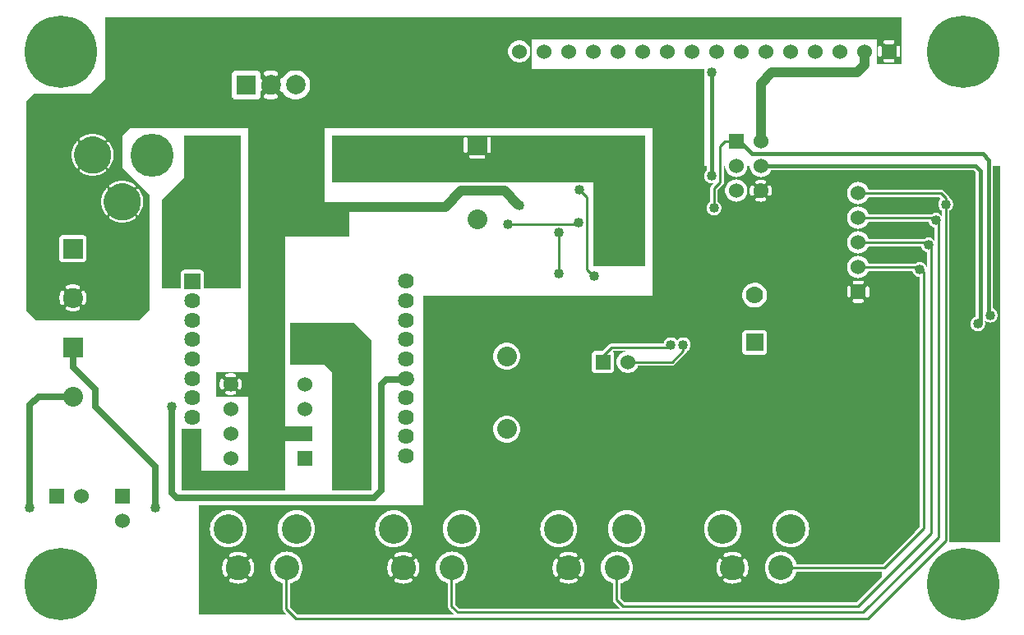
<source format=gbr>
G04 start of page 3 for group 1 idx 1 *
G04 Title: (unknown), solder *
G04 Creator: pcb 20110918 *
G04 CreationDate: Tue 05 Feb 2013 03:14:34 AM GMT UTC *
G04 For: railfan *
G04 Format: Gerber/RS-274X *
G04 PCB-Dimensions: 400000 250000 *
G04 PCB-Coordinate-Origin: lower left *
%MOIN*%
%FSLAX25Y25*%
%LNBOTTOM*%
%ADD76C,0.0280*%
%ADD75C,0.0320*%
%ADD74C,0.0450*%
%ADD73C,0.1100*%
%ADD72C,0.1250*%
%ADD71C,0.0480*%
%ADD70C,0.0380*%
%ADD69C,0.0540*%
%ADD68C,0.0440*%
%ADD67C,0.1285*%
%ADD66C,0.0200*%
%ADD65C,0.0640*%
%ADD64C,0.0787*%
%ADD63C,0.1500*%
%ADD62C,0.1750*%
%ADD61C,0.0700*%
%ADD60C,0.0800*%
%ADD59C,0.0600*%
%ADD58C,0.1200*%
%ADD57C,0.1000*%
%ADD56C,0.2937*%
%ADD55C,0.0150*%
%ADD54C,0.0250*%
%ADD53C,0.0400*%
%ADD52C,0.0100*%
%ADD51C,0.0001*%
G54D51*G36*
X112058Y229000D02*X131000D01*
Y202000D01*
X112058D01*
Y213464D01*
X112300Y213445D01*
X113232Y213518D01*
X114140Y213736D01*
X115004Y214094D01*
X115800Y214582D01*
X116511Y215189D01*
X117118Y215900D01*
X117606Y216696D01*
X117964Y217560D01*
X118182Y218468D01*
X118237Y219400D01*
X118182Y220332D01*
X117964Y221240D01*
X117606Y222104D01*
X117118Y222900D01*
X116511Y223611D01*
X115800Y224218D01*
X115004Y224706D01*
X114140Y225064D01*
X113232Y225282D01*
X112300Y225355D01*
X112058Y225336D01*
Y229000D01*
G37*
G36*
X102302D02*X112058D01*
Y225336D01*
X111368Y225282D01*
X110460Y225064D01*
X109596Y224706D01*
X108800Y224218D01*
X108089Y223611D01*
X107482Y222900D01*
X107065Y222221D01*
X106976Y222236D01*
X106818Y222238D01*
X106661Y222215D01*
X106510Y222168D01*
X106369Y222098D01*
X106239Y222007D01*
X106126Y221896D01*
X106032Y221770D01*
X105958Y221630D01*
X105908Y221480D01*
X105881Y221324D01*
X105879Y221166D01*
X105902Y221010D01*
X105952Y220860D01*
X106078Y220508D01*
X106166Y220144D01*
X106219Y219774D01*
X106237Y219400D01*
X106219Y219026D01*
X106166Y218656D01*
X106078Y218292D01*
X105956Y217939D01*
X105906Y217789D01*
X105883Y217634D01*
X105885Y217476D01*
X105912Y217321D01*
X105962Y217172D01*
X106036Y217033D01*
X106130Y216907D01*
X106242Y216797D01*
X106371Y216706D01*
X106512Y216636D01*
X106662Y216589D01*
X106818Y216567D01*
X106975Y216568D01*
X107063Y216583D01*
X107482Y215900D01*
X108089Y215189D01*
X108800Y214582D01*
X109596Y214094D01*
X110460Y213736D01*
X111368Y213518D01*
X112058Y213464D01*
Y202000D01*
X102302D01*
Y213456D01*
X102864Y213483D01*
X103423Y213563D01*
X103972Y213696D01*
X104506Y213881D01*
X104648Y213950D01*
X104777Y214042D01*
X104891Y214152D01*
X104985Y214279D01*
X105059Y214419D01*
X105109Y214568D01*
X105136Y214724D01*
X105138Y214882D01*
X105115Y215039D01*
X105068Y215190D01*
X104998Y215331D01*
X104907Y215461D01*
X104796Y215574D01*
X104670Y215668D01*
X104530Y215742D01*
X104380Y215792D01*
X104224Y215819D01*
X104066Y215821D01*
X103910Y215798D01*
X103760Y215748D01*
X103408Y215622D01*
X103044Y215534D01*
X102674Y215481D01*
X102302Y215463D01*
Y223337D01*
X102674Y223319D01*
X103044Y223266D01*
X103408Y223178D01*
X103761Y223056D01*
X103911Y223006D01*
X104066Y222983D01*
X104224Y222985D01*
X104379Y223012D01*
X104528Y223062D01*
X104667Y223136D01*
X104793Y223230D01*
X104903Y223342D01*
X104994Y223471D01*
X105064Y223612D01*
X105111Y223762D01*
X105133Y223918D01*
X105132Y224075D01*
X105105Y224231D01*
X105054Y224380D01*
X104981Y224519D01*
X104887Y224645D01*
X104775Y224755D01*
X104646Y224846D01*
X104504Y224913D01*
X103972Y225104D01*
X103423Y225237D01*
X102864Y225317D01*
X102302Y225344D01*
Y229000D01*
G37*
G36*
X92542D02*X102302D01*
Y225344D01*
X102300Y225344D01*
X101736Y225317D01*
X101177Y225237D01*
X100628Y225104D01*
X100094Y224919D01*
X99952Y224850D01*
X99823Y224758D01*
X99709Y224648D01*
X99615Y224521D01*
X99541Y224381D01*
X99491Y224232D01*
X99464Y224076D01*
X99462Y223918D01*
X99485Y223761D01*
X99532Y223610D01*
X99602Y223469D01*
X99693Y223339D01*
X99804Y223226D01*
X99930Y223132D01*
X100070Y223058D01*
X100220Y223008D01*
X100376Y222981D01*
X100534Y222979D01*
X100690Y223002D01*
X100840Y223052D01*
X101192Y223178D01*
X101556Y223266D01*
X101926Y223319D01*
X102300Y223337D01*
X102302Y223337D01*
Y215463D01*
X102300Y215463D01*
X101926Y215481D01*
X101556Y215534D01*
X101192Y215622D01*
X100839Y215744D01*
X100689Y215794D01*
X100534Y215817D01*
X100376Y215815D01*
X100221Y215788D01*
X100072Y215738D01*
X99933Y215664D01*
X99807Y215570D01*
X99697Y215458D01*
X99606Y215329D01*
X99536Y215188D01*
X99489Y215038D01*
X99467Y214882D01*
X99468Y214725D01*
X99495Y214569D01*
X99546Y214420D01*
X99619Y214281D01*
X99713Y214155D01*
X99825Y214045D01*
X99954Y213954D01*
X100096Y213887D01*
X100628Y213696D01*
X101177Y213563D01*
X101736Y213483D01*
X102300Y213456D01*
X102302Y213456D01*
Y202000D01*
X92542D01*
Y213472D01*
X96551Y213482D01*
X96857Y213555D01*
X97148Y213675D01*
X97416Y213840D01*
X97656Y214044D01*
X97860Y214284D01*
X98025Y214552D01*
X98145Y214843D01*
X98218Y215149D01*
X98237Y215463D01*
X98234Y216704D01*
X98361Y216793D01*
X98474Y216904D01*
X98568Y217030D01*
X98642Y217170D01*
X98692Y217320D01*
X98719Y217476D01*
X98721Y217634D01*
X98698Y217790D01*
X98648Y217940D01*
X98522Y218292D01*
X98434Y218656D01*
X98381Y219026D01*
X98363Y219400D01*
X98381Y219774D01*
X98434Y220144D01*
X98522Y220508D01*
X98644Y220861D01*
X98694Y221011D01*
X98717Y221166D01*
X98715Y221324D01*
X98688Y221479D01*
X98638Y221628D01*
X98564Y221767D01*
X98470Y221893D01*
X98358Y222003D01*
X98229Y222094D01*
X98222Y222098D01*
X98218Y223651D01*
X98145Y223957D01*
X98025Y224248D01*
X97860Y224516D01*
X97656Y224756D01*
X97416Y224960D01*
X97148Y225125D01*
X96857Y225245D01*
X96551Y225318D01*
X96237Y225337D01*
X92542Y225329D01*
Y229000D01*
G37*
G36*
X61000D02*X92542D01*
Y225329D01*
X88049Y225318D01*
X87743Y225245D01*
X87452Y225125D01*
X87184Y224960D01*
X86944Y224756D01*
X86740Y224516D01*
X86575Y224248D01*
X86455Y223957D01*
X86382Y223651D01*
X86363Y223337D01*
X86382Y215149D01*
X86455Y214843D01*
X86575Y214552D01*
X86740Y214284D01*
X86944Y214044D01*
X87184Y213840D01*
X87452Y213675D01*
X87743Y213555D01*
X88049Y213482D01*
X88363Y213463D01*
X92542Y213472D01*
Y202000D01*
X61000D01*
Y229000D01*
G37*
G36*
X190750Y199000D02*X253000D01*
Y180000D01*
X227618D01*
X227500Y180009D01*
X227382Y180000D01*
X190750D01*
Y191748D01*
X190868Y191757D01*
X190982Y191785D01*
X191092Y191830D01*
X191192Y191891D01*
X191282Y191968D01*
X191359Y192058D01*
X191420Y192158D01*
X191465Y192268D01*
X191493Y192382D01*
X191500Y192500D01*
Y197500D01*
X191493Y197618D01*
X191465Y197732D01*
X191420Y197842D01*
X191359Y197942D01*
X191282Y198032D01*
X191192Y198109D01*
X191092Y198170D01*
X190982Y198215D01*
X190868Y198243D01*
X190750Y198252D01*
Y199000D01*
G37*
G36*
X186000D02*X190750D01*
Y198252D01*
X190632Y198243D01*
X190518Y198215D01*
X190408Y198170D01*
X190308Y198109D01*
X190218Y198032D01*
X190141Y197942D01*
X190080Y197842D01*
X190035Y197732D01*
X190007Y197618D01*
X190000Y197500D01*
Y192500D01*
X190007Y192382D01*
X190035Y192268D01*
X190080Y192158D01*
X190141Y192058D01*
X190218Y191968D01*
X190308Y191891D01*
X190408Y191830D01*
X190518Y191785D01*
X190632Y191757D01*
X190750Y191748D01*
Y180000D01*
X186000D01*
Y189500D01*
X188500D01*
X188618Y189507D01*
X188732Y189535D01*
X188842Y189580D01*
X188942Y189641D01*
X189032Y189718D01*
X189109Y189808D01*
X189170Y189908D01*
X189215Y190018D01*
X189243Y190132D01*
X189252Y190250D01*
X189243Y190368D01*
X189215Y190482D01*
X189170Y190592D01*
X189109Y190692D01*
X189032Y190782D01*
X188942Y190859D01*
X188842Y190920D01*
X188732Y190965D01*
X188618Y190993D01*
X188500Y191000D01*
X186000D01*
Y199000D01*
G37*
G36*
X181250D02*X186000D01*
Y191000D01*
X183500D01*
X183382Y190993D01*
X183268Y190965D01*
X183158Y190920D01*
X183058Y190859D01*
X182968Y190782D01*
X182891Y190692D01*
X182830Y190592D01*
X182785Y190482D01*
X182757Y190368D01*
X182748Y190250D01*
X182757Y190132D01*
X182785Y190018D01*
X182830Y189908D01*
X182891Y189808D01*
X182968Y189718D01*
X183058Y189641D01*
X183158Y189580D01*
X183268Y189535D01*
X183382Y189507D01*
X183500Y189500D01*
X186000D01*
Y180000D01*
X181250D01*
Y191748D01*
X181368Y191757D01*
X181482Y191785D01*
X181592Y191830D01*
X181692Y191891D01*
X181782Y191968D01*
X181859Y192058D01*
X181920Y192158D01*
X181965Y192268D01*
X181993Y192382D01*
X182000Y192500D01*
Y197500D01*
X181993Y197618D01*
X181965Y197732D01*
X181920Y197842D01*
X181859Y197942D01*
X181782Y198032D01*
X181692Y198109D01*
X181592Y198170D01*
X181482Y198215D01*
X181368Y198243D01*
X181250Y198252D01*
Y199000D01*
G37*
G36*
X127000D02*X181250D01*
Y198252D01*
X181132Y198243D01*
X181018Y198215D01*
X180908Y198170D01*
X180808Y198109D01*
X180718Y198032D01*
X180641Y197942D01*
X180580Y197842D01*
X180535Y197732D01*
X180507Y197618D01*
X180500Y197500D01*
Y192500D01*
X180507Y192382D01*
X180535Y192268D01*
X180580Y192158D01*
X180641Y192058D01*
X180718Y191968D01*
X180808Y191891D01*
X180908Y191830D01*
X181018Y191785D01*
X181132Y191757D01*
X181250Y191748D01*
Y180000D01*
X127000D01*
Y199000D01*
G37*
G36*
X37155Y193245D02*X37319Y192638D01*
X37435Y191988D01*
X37493Y191330D01*
Y190670D01*
X37435Y190012D01*
X37319Y189362D01*
X37155Y188755D01*
Y193245D01*
G37*
G36*
X49155Y174245D02*X49319Y173638D01*
X49435Y172988D01*
X49493Y172330D01*
Y171670D01*
X49435Y171012D01*
X49319Y170362D01*
X49155Y169755D01*
Y174245D01*
G37*
G36*
Y178845D02*X53000Y175000D01*
Y128000D01*
X49155Y124155D01*
Y167396D01*
X49530Y168039D01*
X49849Y168716D01*
X50107Y169419D01*
X50303Y170142D01*
X50434Y170880D01*
X50500Y171626D01*
Y172374D01*
X50434Y173121D01*
X50303Y173858D01*
X50107Y174581D01*
X49849Y175284D01*
X49530Y175961D01*
X49155Y176604D01*
Y178845D01*
G37*
G36*
X37155Y202000D02*X39000D01*
X42000Y199000D01*
Y186000D01*
X49155Y178845D01*
Y176604D01*
X49152Y176608D01*
X48719Y177219D01*
X48666Y177279D01*
X48604Y177328D01*
X48534Y177368D01*
X48460Y177396D01*
X48381Y177412D01*
X48302Y177416D01*
X48222Y177407D01*
X48145Y177386D01*
X48073Y177353D01*
X48006Y177309D01*
X47947Y177256D01*
X47897Y177193D01*
X47857Y177124D01*
X47829Y177049D01*
X47813Y176971D01*
X47809Y176891D01*
X47818Y176812D01*
X47839Y176735D01*
X47872Y176662D01*
X47917Y176596D01*
X48305Y176062D01*
X48638Y175492D01*
X48919Y174895D01*
X49147Y174275D01*
X49155Y174245D01*
Y169755D01*
X49147Y169725D01*
X48919Y169105D01*
X48638Y168508D01*
X48305Y167938D01*
X47923Y167399D01*
X47879Y167334D01*
X47846Y167263D01*
X47825Y167187D01*
X47817Y167109D01*
X47820Y167030D01*
X47836Y166953D01*
X47864Y166879D01*
X47903Y166811D01*
X47952Y166749D01*
X48010Y166696D01*
X48076Y166653D01*
X48148Y166621D01*
X48224Y166600D01*
X48302Y166591D01*
X48381Y166595D01*
X48458Y166611D01*
X48531Y166639D01*
X48600Y166678D01*
X48661Y166727D01*
X48713Y166786D01*
X49152Y167392D01*
X49155Y167396D01*
Y124155D01*
X49000Y124000D01*
X37155D01*
Y165020D01*
X37392Y164848D01*
X38039Y164470D01*
X38716Y164151D01*
X39419Y163893D01*
X40142Y163697D01*
X40879Y163566D01*
X41626Y163500D01*
X42374D01*
X43120Y163566D01*
X43858Y163697D01*
X44581Y163893D01*
X45284Y164151D01*
X45961Y164470D01*
X46608Y164848D01*
X47219Y165281D01*
X47279Y165334D01*
X47328Y165396D01*
X47368Y165466D01*
X47396Y165540D01*
X47412Y165619D01*
X47416Y165698D01*
X47407Y165778D01*
X47386Y165855D01*
X47353Y165927D01*
X47309Y165994D01*
X47256Y166053D01*
X47193Y166103D01*
X47124Y166143D01*
X47049Y166171D01*
X46971Y166187D01*
X46891Y166191D01*
X46812Y166182D01*
X46735Y166161D01*
X46662Y166128D01*
X46596Y166083D01*
X46062Y165695D01*
X45492Y165362D01*
X44895Y165081D01*
X44275Y164853D01*
X43638Y164681D01*
X42988Y164565D01*
X42330Y164507D01*
X41670D01*
X41012Y164565D01*
X40362Y164681D01*
X39725Y164853D01*
X39105Y165081D01*
X38508Y165362D01*
X37938Y165695D01*
X37399Y166077D01*
X37334Y166121D01*
X37263Y166154D01*
X37187Y166175D01*
X37155Y166178D01*
Y177815D01*
X37188Y177818D01*
X37265Y177839D01*
X37338Y177872D01*
X37404Y177917D01*
X37938Y178305D01*
X38508Y178638D01*
X39105Y178919D01*
X39725Y179147D01*
X40362Y179319D01*
X41012Y179435D01*
X41670Y179493D01*
X42330D01*
X42988Y179435D01*
X43638Y179319D01*
X44275Y179147D01*
X44895Y178919D01*
X45492Y178638D01*
X46062Y178305D01*
X46601Y177923D01*
X46666Y177879D01*
X46737Y177846D01*
X46813Y177825D01*
X46891Y177817D01*
X46970Y177820D01*
X47047Y177836D01*
X47121Y177864D01*
X47189Y177903D01*
X47251Y177952D01*
X47304Y178010D01*
X47347Y178076D01*
X47379Y178148D01*
X47400Y178224D01*
X47409Y178302D01*
X47405Y178381D01*
X47389Y178458D01*
X47361Y178531D01*
X47322Y178600D01*
X47273Y178661D01*
X47214Y178713D01*
X46608Y179152D01*
X45961Y179530D01*
X45284Y179849D01*
X44581Y180107D01*
X43858Y180303D01*
X43120Y180434D01*
X42374Y180500D01*
X41626D01*
X40879Y180434D01*
X40142Y180303D01*
X39419Y180107D01*
X38716Y179849D01*
X38039Y179530D01*
X37392Y179152D01*
X37155Y178984D01*
Y186396D01*
X37530Y187039D01*
X37849Y187716D01*
X38107Y188419D01*
X38303Y189142D01*
X38434Y189880D01*
X38500Y190626D01*
Y191374D01*
X38434Y192121D01*
X38303Y192858D01*
X38107Y193581D01*
X37849Y194284D01*
X37530Y194961D01*
X37155Y195604D01*
Y202000D01*
G37*
G36*
X34845D02*X37155D01*
Y195604D01*
X37152Y195608D01*
X36719Y196219D01*
X36666Y196279D01*
X36604Y196328D01*
X36534Y196368D01*
X36460Y196396D01*
X36381Y196412D01*
X36302Y196416D01*
X36222Y196407D01*
X36145Y196386D01*
X36073Y196353D01*
X36006Y196309D01*
X35947Y196256D01*
X35897Y196193D01*
X35857Y196124D01*
X35829Y196049D01*
X35813Y195971D01*
X35809Y195891D01*
X35818Y195812D01*
X35839Y195735D01*
X35872Y195662D01*
X35917Y195596D01*
X36305Y195062D01*
X36638Y194492D01*
X36919Y193895D01*
X37147Y193275D01*
X37155Y193245D01*
Y188755D01*
X37147Y188725D01*
X36919Y188105D01*
X36638Y187508D01*
X36305Y186938D01*
X35923Y186399D01*
X35879Y186334D01*
X35846Y186263D01*
X35825Y186187D01*
X35817Y186109D01*
X35820Y186030D01*
X35836Y185953D01*
X35864Y185879D01*
X35903Y185811D01*
X35952Y185749D01*
X36010Y185696D01*
X36076Y185653D01*
X36148Y185621D01*
X36224Y185600D01*
X36302Y185591D01*
X36381Y185595D01*
X36458Y185611D01*
X36531Y185639D01*
X36600Y185678D01*
X36661Y185727D01*
X36713Y185786D01*
X37152Y186392D01*
X37155Y186396D01*
Y178984D01*
X36781Y178719D01*
X36721Y178666D01*
X36672Y178604D01*
X36632Y178534D01*
X36604Y178460D01*
X36588Y178381D01*
X36584Y178302D01*
X36593Y178222D01*
X36614Y178145D01*
X36647Y178073D01*
X36691Y178006D01*
X36744Y177947D01*
X36807Y177897D01*
X36876Y177857D01*
X36951Y177829D01*
X37029Y177813D01*
X37109Y177809D01*
X37155Y177815D01*
Y166178D01*
X37109Y166183D01*
X37030Y166180D01*
X36953Y166164D01*
X36879Y166136D01*
X36811Y166097D01*
X36749Y166048D01*
X36696Y165990D01*
X36653Y165924D01*
X36621Y165852D01*
X36600Y165776D01*
X36591Y165698D01*
X36595Y165619D01*
X36611Y165542D01*
X36639Y165469D01*
X36678Y165400D01*
X36727Y165339D01*
X36786Y165287D01*
X37155Y165020D01*
Y124000D01*
X34845D01*
Y167396D01*
X34848Y167392D01*
X35281Y166781D01*
X35334Y166721D01*
X35396Y166672D01*
X35466Y166632D01*
X35540Y166604D01*
X35619Y166588D01*
X35698Y166584D01*
X35778Y166593D01*
X35855Y166614D01*
X35927Y166647D01*
X35994Y166691D01*
X36053Y166744D01*
X36103Y166807D01*
X36143Y166876D01*
X36171Y166951D01*
X36187Y167029D01*
X36191Y167109D01*
X36182Y167188D01*
X36161Y167265D01*
X36128Y167338D01*
X36083Y167404D01*
X35695Y167938D01*
X35362Y168508D01*
X35081Y169105D01*
X34853Y169725D01*
X34845Y169755D01*
Y174245D01*
X34853Y174275D01*
X35081Y174895D01*
X35362Y175492D01*
X35695Y176062D01*
X36077Y176601D01*
X36121Y176666D01*
X36154Y176737D01*
X36175Y176813D01*
X36183Y176891D01*
X36180Y176970D01*
X36164Y177047D01*
X36136Y177121D01*
X36097Y177189D01*
X36048Y177251D01*
X35990Y177304D01*
X35924Y177347D01*
X35852Y177379D01*
X35776Y177400D01*
X35698Y177409D01*
X35619Y177405D01*
X35542Y177389D01*
X35469Y177361D01*
X35400Y177322D01*
X35339Y177273D01*
X35287Y177214D01*
X34848Y176608D01*
X34845Y176604D01*
Y184016D01*
X35219Y184281D01*
X35279Y184334D01*
X35328Y184396D01*
X35368Y184466D01*
X35396Y184540D01*
X35412Y184619D01*
X35416Y184698D01*
X35407Y184778D01*
X35386Y184855D01*
X35353Y184927D01*
X35309Y184994D01*
X35256Y185053D01*
X35193Y185103D01*
X35124Y185143D01*
X35049Y185171D01*
X34971Y185187D01*
X34891Y185191D01*
X34845Y185186D01*
Y196822D01*
X34891Y196817D01*
X34970Y196820D01*
X35047Y196836D01*
X35121Y196864D01*
X35189Y196903D01*
X35251Y196952D01*
X35304Y197010D01*
X35347Y197076D01*
X35379Y197148D01*
X35400Y197224D01*
X35409Y197302D01*
X35405Y197381D01*
X35389Y197458D01*
X35361Y197531D01*
X35322Y197600D01*
X35273Y197661D01*
X35214Y197713D01*
X34845Y197980D01*
Y202000D01*
G37*
G36*
Y169755D02*X34681Y170362D01*
X34565Y171012D01*
X34507Y171670D01*
Y172330D01*
X34565Y172988D01*
X34681Y173638D01*
X34845Y174245D01*
Y169755D01*
G37*
G36*
Y185186D02*X34812Y185182D01*
X34735Y185161D01*
X34662Y185128D01*
X34596Y185083D01*
X34062Y184695D01*
X33492Y184362D01*
X32895Y184081D01*
X32275Y183853D01*
X31638Y183681D01*
X30988Y183565D01*
X30330Y183507D01*
X29670D01*
X29012Y183565D01*
X28362Y183681D01*
X27725Y183853D01*
X27105Y184081D01*
X26508Y184362D01*
X26493Y184372D01*
Y197628D01*
X26508Y197638D01*
X27105Y197919D01*
X27725Y198147D01*
X28362Y198319D01*
X29012Y198435D01*
X29670Y198493D01*
X30330D01*
X30988Y198435D01*
X31638Y198319D01*
X32275Y198147D01*
X32895Y197919D01*
X33492Y197638D01*
X34062Y197305D01*
X34601Y196923D01*
X34666Y196879D01*
X34737Y196846D01*
X34813Y196825D01*
X34845Y196822D01*
Y185186D01*
G37*
G36*
Y124000D02*X26493D01*
Y130145D01*
X26578Y130181D01*
X26679Y130243D01*
X26769Y130319D01*
X26845Y130409D01*
X26905Y130511D01*
X27122Y130980D01*
X27289Y131469D01*
X27409Y131972D01*
X27482Y132484D01*
X27506Y133000D01*
X27482Y133516D01*
X27409Y134028D01*
X27289Y134531D01*
X27122Y135020D01*
X26910Y135492D01*
X26849Y135593D01*
X26772Y135684D01*
X26682Y135761D01*
X26580Y135823D01*
X26493Y135860D01*
Y147580D01*
X26683Y147659D01*
X26884Y147783D01*
X27064Y147936D01*
X27217Y148116D01*
X27341Y148317D01*
X27431Y148535D01*
X27486Y148765D01*
X27500Y149000D01*
X27486Y157235D01*
X27431Y157465D01*
X27341Y157683D01*
X27217Y157884D01*
X27064Y158064D01*
X26884Y158217D01*
X26683Y158341D01*
X26493Y158420D01*
Y183256D01*
X26716Y183151D01*
X27419Y182893D01*
X28142Y182697D01*
X28879Y182566D01*
X29626Y182500D01*
X30374D01*
X31120Y182566D01*
X31858Y182697D01*
X32581Y182893D01*
X33284Y183151D01*
X33961Y183470D01*
X34608Y183848D01*
X34845Y184016D01*
Y176604D01*
X34470Y175961D01*
X34151Y175284D01*
X33893Y174581D01*
X33697Y173858D01*
X33566Y173121D01*
X33500Y172374D01*
Y171626D01*
X33566Y170880D01*
X33697Y170142D01*
X33893Y169419D01*
X34151Y168716D01*
X34470Y168039D01*
X34845Y167396D01*
Y124000D01*
G37*
G36*
X26493Y202000D02*X34845D01*
Y197980D01*
X34608Y198152D01*
X33961Y198530D01*
X33284Y198849D01*
X32581Y199107D01*
X31858Y199303D01*
X31120Y199434D01*
X30374Y199500D01*
X29626D01*
X28879Y199434D01*
X28142Y199303D01*
X27419Y199107D01*
X26716Y198849D01*
X26493Y198744D01*
Y202000D01*
G37*
G36*
Y124000D02*X22000D01*
Y127494D01*
X22516Y127518D01*
X23028Y127591D01*
X23531Y127711D01*
X24020Y127878D01*
X24492Y128090D01*
X24593Y128151D01*
X24684Y128228D01*
X24761Y128318D01*
X24823Y128420D01*
X24869Y128529D01*
X24897Y128645D01*
X24906Y128763D01*
X24897Y128881D01*
X24870Y128997D01*
X24824Y129107D01*
X24762Y129208D01*
X24686Y129298D01*
X24595Y129376D01*
X24494Y129438D01*
X24385Y129484D01*
X24269Y129511D01*
X24151Y129521D01*
X24032Y129512D01*
X23917Y129484D01*
X23808Y129437D01*
X23468Y129279D01*
X23112Y129158D01*
X22747Y129070D01*
X22375Y129018D01*
X22000Y129000D01*
Y137000D01*
X22375Y136982D01*
X22747Y136930D01*
X23112Y136842D01*
X23468Y136721D01*
X23810Y136567D01*
X23918Y136520D01*
X24033Y136493D01*
X24151Y136483D01*
X24268Y136493D01*
X24383Y136521D01*
X24492Y136566D01*
X24593Y136628D01*
X24682Y136705D01*
X24759Y136795D01*
X24820Y136895D01*
X24865Y137004D01*
X24893Y137119D01*
X24902Y137237D01*
X24892Y137355D01*
X24865Y137469D01*
X24819Y137578D01*
X24757Y137679D01*
X24681Y137769D01*
X24591Y137845D01*
X24489Y137905D01*
X24020Y138122D01*
X23531Y138289D01*
X23028Y138409D01*
X22516Y138482D01*
X22000Y138506D01*
Y147507D01*
X26235Y147514D01*
X26465Y147569D01*
X26493Y147580D01*
Y135860D01*
X26471Y135869D01*
X26355Y135897D01*
X26237Y135906D01*
X26119Y135897D01*
X26003Y135870D01*
X25893Y135824D01*
X25792Y135762D01*
X25702Y135686D01*
X25624Y135595D01*
X25562Y135494D01*
X25516Y135385D01*
X25489Y135269D01*
X25479Y135151D01*
X25488Y135032D01*
X25516Y134917D01*
X25563Y134808D01*
X25721Y134468D01*
X25842Y134112D01*
X25930Y133747D01*
X25982Y133375D01*
X26000Y133000D01*
X25982Y132625D01*
X25930Y132253D01*
X25842Y131888D01*
X25721Y131532D01*
X25567Y131190D01*
X25520Y131082D01*
X25493Y130967D01*
X25483Y130849D01*
X25493Y130732D01*
X25521Y130617D01*
X25566Y130508D01*
X25628Y130407D01*
X25705Y130318D01*
X25795Y130241D01*
X25895Y130180D01*
X26004Y130135D01*
X26119Y130107D01*
X26237Y130098D01*
X26355Y130108D01*
X26469Y130135D01*
X26493Y130145D01*
Y124000D01*
G37*
G36*
X22000Y202000D02*X26493D01*
Y198744D01*
X26039Y198530D01*
X25392Y198152D01*
X24781Y197719D01*
X24721Y197666D01*
X24672Y197604D01*
X24632Y197534D01*
X24604Y197460D01*
X24588Y197381D01*
X24584Y197302D01*
X24593Y197222D01*
X24614Y197145D01*
X24647Y197073D01*
X24691Y197006D01*
X24744Y196947D01*
X24807Y196897D01*
X24876Y196857D01*
X24951Y196829D01*
X25029Y196813D01*
X25109Y196809D01*
X25188Y196818D01*
X25265Y196839D01*
X25338Y196872D01*
X25404Y196917D01*
X25938Y197305D01*
X26493Y197628D01*
Y184372D01*
X25938Y184695D01*
X25399Y185077D01*
X25334Y185121D01*
X25263Y185154D01*
X25187Y185175D01*
X25109Y185183D01*
X25030Y185180D01*
X24953Y185164D01*
X24879Y185136D01*
X24811Y185097D01*
X24749Y185048D01*
X24696Y184990D01*
X24653Y184924D01*
X24621Y184852D01*
X24600Y184776D01*
X24591Y184698D01*
X24595Y184619D01*
X24611Y184542D01*
X24639Y184469D01*
X24678Y184400D01*
X24727Y184339D01*
X24786Y184287D01*
X25392Y183848D01*
X26039Y183470D01*
X26493Y183256D01*
Y158420D01*
X26465Y158431D01*
X26235Y158486D01*
X26000Y158500D01*
X22000Y158493D01*
Y188127D01*
X22151Y187716D01*
X22470Y187039D01*
X22848Y186392D01*
X23281Y185781D01*
X23334Y185721D01*
X23396Y185672D01*
X23466Y185632D01*
X23540Y185604D01*
X23619Y185588D01*
X23698Y185584D01*
X23778Y185593D01*
X23855Y185614D01*
X23927Y185647D01*
X23994Y185691D01*
X24053Y185744D01*
X24103Y185807D01*
X24143Y185876D01*
X24171Y185951D01*
X24187Y186029D01*
X24191Y186109D01*
X24182Y186188D01*
X24161Y186265D01*
X24128Y186338D01*
X24083Y186404D01*
X23695Y186938D01*
X23362Y187508D01*
X23081Y188105D01*
X22853Y188725D01*
X22681Y189362D01*
X22565Y190012D01*
X22507Y190670D01*
Y191330D01*
X22565Y191988D01*
X22681Y192638D01*
X22853Y193275D01*
X23081Y193895D01*
X23362Y194492D01*
X23695Y195062D01*
X24077Y195601D01*
X24121Y195666D01*
X24154Y195737D01*
X24175Y195813D01*
X24183Y195891D01*
X24180Y195970D01*
X24164Y196047D01*
X24136Y196121D01*
X24097Y196189D01*
X24048Y196251D01*
X23990Y196304D01*
X23924Y196347D01*
X23852Y196379D01*
X23776Y196400D01*
X23698Y196409D01*
X23619Y196405D01*
X23542Y196389D01*
X23469Y196361D01*
X23400Y196322D01*
X23339Y196273D01*
X23287Y196214D01*
X22848Y195608D01*
X22470Y194961D01*
X22151Y194284D01*
X22000Y193873D01*
Y202000D01*
G37*
G36*
X17507Y147580D02*X17535Y147569D01*
X17765Y147514D01*
X18000Y147500D01*
X22000Y147507D01*
Y138506D01*
X22000D01*
X21484Y138482D01*
X20972Y138409D01*
X20469Y138289D01*
X19980Y138122D01*
X19508Y137910D01*
X19407Y137849D01*
X19316Y137772D01*
X19239Y137682D01*
X19177Y137580D01*
X19131Y137471D01*
X19103Y137355D01*
X19094Y137237D01*
X19103Y137119D01*
X19130Y137003D01*
X19176Y136893D01*
X19238Y136792D01*
X19314Y136702D01*
X19405Y136624D01*
X19506Y136562D01*
X19615Y136516D01*
X19731Y136489D01*
X19849Y136479D01*
X19968Y136488D01*
X20083Y136516D01*
X20192Y136563D01*
X20532Y136721D01*
X20888Y136842D01*
X21253Y136930D01*
X21625Y136982D01*
X22000Y137000D01*
Y129000D01*
X21625Y129018D01*
X21253Y129070D01*
X20888Y129158D01*
X20532Y129279D01*
X20190Y129433D01*
X20082Y129480D01*
X19967Y129507D01*
X19849Y129517D01*
X19732Y129507D01*
X19617Y129479D01*
X19508Y129434D01*
X19407Y129372D01*
X19318Y129295D01*
X19241Y129205D01*
X19180Y129105D01*
X19135Y128996D01*
X19107Y128881D01*
X19098Y128763D01*
X19108Y128645D01*
X19135Y128531D01*
X19181Y128422D01*
X19243Y128321D01*
X19319Y128231D01*
X19409Y128155D01*
X19511Y128095D01*
X19980Y127878D01*
X20469Y127711D01*
X20972Y127591D01*
X21484Y127518D01*
X22000Y127494D01*
X22000D01*
Y124000D01*
X17507D01*
Y130140D01*
X17529Y130131D01*
X17645Y130103D01*
X17763Y130094D01*
X17881Y130103D01*
X17997Y130130D01*
X18107Y130176D01*
X18208Y130238D01*
X18298Y130314D01*
X18376Y130405D01*
X18438Y130506D01*
X18484Y130615D01*
X18511Y130731D01*
X18521Y130849D01*
X18512Y130968D01*
X18484Y131083D01*
X18437Y131192D01*
X18279Y131532D01*
X18158Y131888D01*
X18070Y132253D01*
X18018Y132625D01*
X18000Y133000D01*
X18018Y133375D01*
X18070Y133747D01*
X18158Y134112D01*
X18279Y134468D01*
X18433Y134810D01*
X18480Y134918D01*
X18507Y135033D01*
X18517Y135151D01*
X18507Y135268D01*
X18479Y135383D01*
X18434Y135492D01*
X18372Y135593D01*
X18295Y135682D01*
X18205Y135759D01*
X18105Y135820D01*
X17996Y135865D01*
X17881Y135893D01*
X17763Y135902D01*
X17645Y135892D01*
X17531Y135865D01*
X17507Y135855D01*
Y147580D01*
G37*
G36*
Y202000D02*X22000D01*
Y193873D01*
X21893Y193581D01*
X21697Y192858D01*
X21566Y192121D01*
X21500Y191374D01*
Y190626D01*
X21566Y189880D01*
X21697Y189142D01*
X21893Y188419D01*
X22000Y188127D01*
Y158493D01*
X17765Y158486D01*
X17535Y158431D01*
X17507Y158420D01*
Y202000D01*
G37*
G36*
X6000Y125000D02*X3000Y128000D01*
Y198000D01*
X7000Y202000D01*
X17507D01*
Y158420D01*
X17317Y158341D01*
X17116Y158217D01*
X16936Y158064D01*
X16783Y157884D01*
X16659Y157683D01*
X16569Y157465D01*
X16514Y157235D01*
X16500Y157000D01*
X16514Y148765D01*
X16569Y148535D01*
X16659Y148317D01*
X16783Y148116D01*
X16936Y147936D01*
X17116Y147783D01*
X17317Y147659D01*
X17507Y147580D01*
Y135855D01*
X17422Y135819D01*
X17321Y135757D01*
X17231Y135681D01*
X17155Y135591D01*
X17095Y135489D01*
X16878Y135020D01*
X16711Y134531D01*
X16591Y134028D01*
X16518Y133516D01*
X16494Y133000D01*
X16518Y132484D01*
X16591Y131972D01*
X16711Y131469D01*
X16878Y130980D01*
X17090Y130508D01*
X17151Y130407D01*
X17228Y130316D01*
X17318Y130239D01*
X17420Y130177D01*
X17507Y130140D01*
Y124000D01*
X7000D01*
X6000Y125000D01*
G37*
G36*
X3000Y198000D02*Y213000D01*
X6000Y216000D01*
X29000D01*
X42000Y229000D01*
X74000D01*
Y204000D01*
X72000Y202000D01*
X45000D01*
X42000Y199000D01*
X35000D01*
X32000Y202000D01*
X23000D01*
X17000Y196000D01*
X5000D01*
X3000Y198000D01*
G37*
G36*
X66000Y72000D02*X74000D01*
Y55000D01*
X66000D01*
Y72000D01*
G37*
G36*
Y80000D02*X74000D01*
Y63000D01*
X66000D01*
Y80000D01*
G37*
G36*
Y63000D02*X108000D01*
Y55000D01*
X66000D01*
Y63000D01*
G37*
G36*
X313110Y18305D02*X313795Y18890D01*
X314460Y19668D01*
X314994Y20540D01*
X315386Y21485D01*
X315510Y22000D01*
X324000D01*
Y9500D01*
X313110D01*
Y18305D01*
G37*
G36*
Y49000D02*X324000D01*
Y25000D01*
X315510D01*
X315386Y25515D01*
X314994Y26460D01*
X314460Y27332D01*
X313795Y28110D01*
X313110Y28695D01*
Y31726D01*
X313122Y31725D01*
X314299Y31817D01*
X315447Y32093D01*
X316537Y32545D01*
X317544Y33162D01*
X318442Y33928D01*
X319208Y34826D01*
X319825Y35833D01*
X320277Y36923D01*
X320553Y38071D01*
X320622Y39248D01*
X320553Y40425D01*
X320277Y41573D01*
X319825Y42663D01*
X319208Y43670D01*
X318442Y44568D01*
X317544Y45334D01*
X316537Y45951D01*
X315447Y46403D01*
X314299Y46679D01*
X313122Y46771D01*
X313110Y46770D01*
Y49000D01*
G37*
G36*
X294864D02*X313110D01*
Y46770D01*
X311945Y46679D01*
X310797Y46403D01*
X309707Y45951D01*
X308700Y45334D01*
X307802Y44568D01*
X307036Y43670D01*
X306419Y42663D01*
X305967Y41573D01*
X305691Y40425D01*
X305599Y39248D01*
X305691Y38071D01*
X305967Y36923D01*
X306419Y35833D01*
X307036Y34826D01*
X307802Y33928D01*
X308700Y33162D01*
X309707Y32545D01*
X310797Y32093D01*
X311945Y31817D01*
X313110Y31726D01*
Y28695D01*
X313017Y28775D01*
X312145Y29309D01*
X311200Y29701D01*
X310205Y29940D01*
X309185Y30020D01*
X308165Y29940D01*
X307170Y29701D01*
X306225Y29309D01*
X305353Y28775D01*
X304575Y28110D01*
X303910Y27332D01*
X303376Y26460D01*
X302984Y25515D01*
X302745Y24520D01*
X302665Y23500D01*
X302745Y22480D01*
X302984Y21485D01*
X303376Y20540D01*
X303910Y19668D01*
X304575Y18890D01*
X305353Y18225D01*
X306225Y17691D01*
X307170Y17299D01*
X308165Y17060D01*
X309185Y16980D01*
X310205Y17060D01*
X311200Y17299D01*
X312145Y17691D01*
X313017Y18225D01*
X313110Y18305D01*
Y9500D01*
X294864D01*
Y19977D01*
X294886Y19989D01*
X294980Y20061D01*
X295061Y20146D01*
X295126Y20245D01*
X295394Y20746D01*
X295612Y21271D01*
X295784Y21813D01*
X295907Y22368D01*
X295981Y22932D01*
X296006Y23500D01*
X295981Y24068D01*
X295907Y24632D01*
X295784Y25187D01*
X295612Y25729D01*
X295394Y26254D01*
X295132Y26758D01*
X295065Y26857D01*
X294983Y26943D01*
X294889Y27015D01*
X294864Y27029D01*
Y49000D01*
G37*
G36*
X289502D02*X294864D01*
Y27029D01*
X294784Y27072D01*
X294672Y27111D01*
X294555Y27133D01*
X294437Y27136D01*
X294319Y27120D01*
X294205Y27086D01*
X294098Y27035D01*
X294000Y26968D01*
X293914Y26886D01*
X293842Y26791D01*
X293785Y26687D01*
X293745Y26575D01*
X293724Y26458D01*
X293721Y26339D01*
X293737Y26222D01*
X293770Y26108D01*
X293824Y26002D01*
X294030Y25617D01*
X294197Y25213D01*
X294329Y24796D01*
X294424Y24370D01*
X294481Y23937D01*
X294500Y23500D01*
X294481Y23063D01*
X294424Y22630D01*
X294329Y22204D01*
X294197Y21787D01*
X294030Y21383D01*
X293828Y20996D01*
X293775Y20891D01*
X293741Y20777D01*
X293726Y20660D01*
X293729Y20542D01*
X293750Y20426D01*
X293789Y20315D01*
X293846Y20211D01*
X293917Y20118D01*
X294003Y20036D01*
X294100Y19969D01*
X294207Y19918D01*
X294320Y19885D01*
X294437Y19869D01*
X294555Y19872D01*
X294671Y19894D01*
X294782Y19933D01*
X294864Y19977D01*
Y9500D01*
X289502D01*
Y16994D01*
X290068Y17019D01*
X290632Y17093D01*
X291187Y17216D01*
X291729Y17388D01*
X292254Y17606D01*
X292758Y17868D01*
X292857Y17935D01*
X292943Y18017D01*
X293015Y18111D01*
X293072Y18216D01*
X293111Y18328D01*
X293133Y18445D01*
X293136Y18563D01*
X293120Y18681D01*
X293086Y18795D01*
X293035Y18902D01*
X292968Y19000D01*
X292886Y19086D01*
X292791Y19158D01*
X292687Y19215D01*
X292575Y19255D01*
X292458Y19276D01*
X292339Y19279D01*
X292222Y19263D01*
X292108Y19230D01*
X292002Y19176D01*
X291617Y18970D01*
X291213Y18803D01*
X290796Y18671D01*
X290370Y18576D01*
X289937Y18519D01*
X289502Y18500D01*
Y28500D01*
X289937Y28481D01*
X290370Y28424D01*
X290796Y28329D01*
X291213Y28197D01*
X291617Y28030D01*
X292004Y27828D01*
X292109Y27775D01*
X292223Y27741D01*
X292340Y27726D01*
X292458Y27729D01*
X292574Y27750D01*
X292685Y27789D01*
X292789Y27846D01*
X292882Y27917D01*
X292964Y28003D01*
X293031Y28100D01*
X293082Y28207D01*
X293115Y28320D01*
X293131Y28437D01*
X293128Y28555D01*
X293106Y28671D01*
X293067Y28782D01*
X293011Y28886D01*
X292939Y28980D01*
X292854Y29061D01*
X292755Y29126D01*
X292254Y29394D01*
X291729Y29612D01*
X291187Y29784D01*
X290632Y29907D01*
X290068Y29981D01*
X289502Y30006D01*
Y32866D01*
X289985Y33162D01*
X290883Y33928D01*
X291649Y34826D01*
X292266Y35833D01*
X292718Y36923D01*
X292994Y38071D01*
X293063Y39248D01*
X292994Y40425D01*
X292718Y41573D01*
X292266Y42663D01*
X291649Y43670D01*
X290883Y44568D01*
X289985Y45334D01*
X289502Y45630D01*
Y49000D01*
G37*
G36*
Y9500D02*X285551D01*
Y31726D01*
X285563Y31725D01*
X286740Y31817D01*
X287888Y32093D01*
X288978Y32545D01*
X289502Y32866D01*
Y30006D01*
X289500Y30006D01*
X288932Y29981D01*
X288368Y29907D01*
X287813Y29784D01*
X287271Y29612D01*
X286746Y29394D01*
X286242Y29132D01*
X286143Y29065D01*
X286057Y28983D01*
X285985Y28889D01*
X285928Y28784D01*
X285889Y28672D01*
X285867Y28555D01*
X285864Y28437D01*
X285880Y28319D01*
X285914Y28205D01*
X285965Y28098D01*
X286032Y28000D01*
X286114Y27914D01*
X286209Y27842D01*
X286313Y27785D01*
X286425Y27745D01*
X286542Y27724D01*
X286661Y27721D01*
X286778Y27737D01*
X286892Y27770D01*
X286998Y27824D01*
X287383Y28030D01*
X287787Y28197D01*
X288204Y28329D01*
X288630Y28424D01*
X289063Y28481D01*
X289500Y28500D01*
X289502Y28500D01*
Y18500D01*
X289500Y18500D01*
X289063Y18519D01*
X288630Y18576D01*
X288204Y18671D01*
X287787Y18803D01*
X287383Y18970D01*
X286996Y19172D01*
X286891Y19225D01*
X286777Y19259D01*
X286660Y19274D01*
X286542Y19271D01*
X286426Y19250D01*
X286315Y19211D01*
X286211Y19154D01*
X286118Y19083D01*
X286036Y18997D01*
X285969Y18900D01*
X285918Y18793D01*
X285885Y18680D01*
X285869Y18563D01*
X285872Y18445D01*
X285894Y18329D01*
X285933Y18218D01*
X285989Y18114D01*
X286061Y18020D01*
X286146Y17939D01*
X286245Y17874D01*
X286746Y17606D01*
X287271Y17388D01*
X287813Y17216D01*
X288368Y17093D01*
X288932Y17019D01*
X289500Y16994D01*
X289502Y16994D01*
Y9500D01*
G37*
G36*
X285551Y49000D02*X289502D01*
Y45630D01*
X288978Y45951D01*
X287888Y46403D01*
X286740Y46679D01*
X285563Y46771D01*
X285551Y46770D01*
Y49000D01*
G37*
G36*
X284136Y31877D02*X284386Y31817D01*
X285551Y31726D01*
Y9500D01*
X284136D01*
Y19971D01*
X284216Y19928D01*
X284328Y19889D01*
X284445Y19867D01*
X284563Y19864D01*
X284681Y19880D01*
X284795Y19914D01*
X284902Y19965D01*
X285000Y20032D01*
X285086Y20114D01*
X285158Y20209D01*
X285215Y20313D01*
X285255Y20425D01*
X285276Y20542D01*
X285279Y20661D01*
X285263Y20778D01*
X285230Y20892D01*
X285176Y20998D01*
X284970Y21383D01*
X284803Y21787D01*
X284671Y22204D01*
X284576Y22630D01*
X284519Y23063D01*
X284500Y23500D01*
X284519Y23937D01*
X284576Y24370D01*
X284671Y24796D01*
X284803Y25213D01*
X284970Y25617D01*
X285172Y26004D01*
X285225Y26109D01*
X285259Y26223D01*
X285274Y26340D01*
X285271Y26458D01*
X285250Y26574D01*
X285211Y26685D01*
X285154Y26789D01*
X285083Y26882D01*
X284997Y26964D01*
X284900Y27031D01*
X284793Y27082D01*
X284680Y27115D01*
X284563Y27131D01*
X284445Y27128D01*
X284329Y27106D01*
X284218Y27067D01*
X284136Y27023D01*
Y31877D01*
G37*
G36*
Y49000D02*X285551D01*
Y46770D01*
X284386Y46679D01*
X284136Y46619D01*
Y49000D01*
G37*
G36*
X246610D02*X284136D01*
Y46619D01*
X283238Y46403D01*
X282148Y45951D01*
X281141Y45334D01*
X280243Y44568D01*
X279477Y43670D01*
X278860Y42663D01*
X278408Y41573D01*
X278132Y40425D01*
X278040Y39248D01*
X278132Y38071D01*
X278408Y36923D01*
X278860Y35833D01*
X279477Y34826D01*
X280243Y33928D01*
X281141Y33162D01*
X282148Y32545D01*
X283238Y32093D01*
X284136Y31877D01*
Y27023D01*
X284114Y27011D01*
X284020Y26939D01*
X283939Y26854D01*
X283874Y26755D01*
X283606Y26254D01*
X283388Y25729D01*
X283216Y25187D01*
X283093Y24632D01*
X283019Y24068D01*
X282994Y23500D01*
X283019Y22932D01*
X283093Y22368D01*
X283216Y21813D01*
X283388Y21271D01*
X283606Y20746D01*
X283868Y20242D01*
X283935Y20143D01*
X284017Y20057D01*
X284111Y19985D01*
X284136Y19971D01*
Y9500D01*
X246610D01*
Y18305D01*
X247295Y18890D01*
X247960Y19668D01*
X248494Y20540D01*
X248886Y21485D01*
X249125Y22480D01*
X249185Y23500D01*
X249125Y24520D01*
X248886Y25515D01*
X248494Y26460D01*
X247960Y27332D01*
X247295Y28110D01*
X246610Y28695D01*
Y31726D01*
X246622Y31725D01*
X247799Y31817D01*
X248947Y32093D01*
X250037Y32545D01*
X251044Y33162D01*
X251942Y33928D01*
X252708Y34826D01*
X253325Y35833D01*
X253777Y36923D01*
X254053Y38071D01*
X254122Y39248D01*
X254053Y40425D01*
X253777Y41573D01*
X253325Y42663D01*
X252708Y43670D01*
X251942Y44568D01*
X251044Y45334D01*
X250037Y45951D01*
X248947Y46403D01*
X247799Y46679D01*
X246622Y46771D01*
X246610Y46770D01*
Y49000D01*
G37*
G36*
Y9500D02*X245621D01*
X244000Y11121D01*
Y17131D01*
X244700Y17299D01*
X245645Y17691D01*
X246517Y18225D01*
X246610Y18305D01*
Y9500D01*
G37*
G36*
X228364Y49000D02*X246610D01*
Y46770D01*
X245445Y46679D01*
X244297Y46403D01*
X243207Y45951D01*
X242200Y45334D01*
X241302Y44568D01*
X240536Y43670D01*
X239919Y42663D01*
X239467Y41573D01*
X239191Y40425D01*
X239099Y39248D01*
X239191Y38071D01*
X239467Y36923D01*
X239919Y35833D01*
X240536Y34826D01*
X241302Y33928D01*
X242200Y33162D01*
X243207Y32545D01*
X244297Y32093D01*
X245445Y31817D01*
X246610Y31726D01*
Y28695D01*
X246517Y28775D01*
X245645Y29309D01*
X244700Y29701D01*
X243705Y29940D01*
X242685Y30020D01*
X241665Y29940D01*
X240670Y29701D01*
X239725Y29309D01*
X238853Y28775D01*
X238075Y28110D01*
X237410Y27332D01*
X236876Y26460D01*
X236484Y25515D01*
X236245Y24520D01*
X236165Y23500D01*
X236245Y22480D01*
X236484Y21485D01*
X236876Y20540D01*
X237410Y19668D01*
X238075Y18890D01*
X238853Y18225D01*
X239725Y17691D01*
X240670Y17299D01*
X241000Y17220D01*
Y10559D01*
X240995Y10500D01*
X241014Y10265D01*
X241069Y10035D01*
X241159Y9817D01*
X241283Y9616D01*
X241436Y9436D01*
X241481Y9398D01*
X243879Y7000D01*
X228364D01*
Y19977D01*
X228386Y19989D01*
X228480Y20061D01*
X228561Y20146D01*
X228626Y20245D01*
X228894Y20746D01*
X229112Y21271D01*
X229284Y21813D01*
X229407Y22368D01*
X229481Y22932D01*
X229506Y23500D01*
X229481Y24068D01*
X229407Y24632D01*
X229284Y25187D01*
X229112Y25729D01*
X228894Y26254D01*
X228632Y26758D01*
X228565Y26857D01*
X228483Y26943D01*
X228389Y27015D01*
X228364Y27029D01*
Y49000D01*
G37*
G36*
X223002D02*X228364D01*
Y27029D01*
X228284Y27072D01*
X228172Y27111D01*
X228055Y27133D01*
X227937Y27136D01*
X227819Y27120D01*
X227705Y27086D01*
X227598Y27035D01*
X227500Y26968D01*
X227414Y26886D01*
X227342Y26791D01*
X227285Y26687D01*
X227245Y26575D01*
X227224Y26458D01*
X227221Y26339D01*
X227237Y26222D01*
X227270Y26108D01*
X227324Y26002D01*
X227530Y25617D01*
X227697Y25213D01*
X227829Y24796D01*
X227924Y24370D01*
X227981Y23937D01*
X228000Y23500D01*
X227981Y23063D01*
X227924Y22630D01*
X227829Y22204D01*
X227697Y21787D01*
X227530Y21383D01*
X227328Y20996D01*
X227275Y20891D01*
X227241Y20777D01*
X227226Y20660D01*
X227229Y20542D01*
X227250Y20426D01*
X227289Y20315D01*
X227346Y20211D01*
X227417Y20118D01*
X227503Y20036D01*
X227600Y19969D01*
X227707Y19918D01*
X227820Y19885D01*
X227937Y19869D01*
X228055Y19872D01*
X228171Y19894D01*
X228282Y19933D01*
X228364Y19977D01*
Y7000D01*
X223002D01*
Y16994D01*
X223568Y17019D01*
X224132Y17093D01*
X224687Y17216D01*
X225229Y17388D01*
X225754Y17606D01*
X226258Y17868D01*
X226357Y17935D01*
X226443Y18017D01*
X226515Y18111D01*
X226572Y18216D01*
X226611Y18328D01*
X226633Y18445D01*
X226636Y18563D01*
X226620Y18681D01*
X226586Y18795D01*
X226535Y18902D01*
X226468Y19000D01*
X226386Y19086D01*
X226291Y19158D01*
X226187Y19215D01*
X226075Y19255D01*
X225958Y19276D01*
X225839Y19279D01*
X225722Y19263D01*
X225608Y19230D01*
X225502Y19176D01*
X225117Y18970D01*
X224713Y18803D01*
X224296Y18671D01*
X223870Y18576D01*
X223437Y18519D01*
X223002Y18500D01*
Y28500D01*
X223437Y28481D01*
X223870Y28424D01*
X224296Y28329D01*
X224713Y28197D01*
X225117Y28030D01*
X225504Y27828D01*
X225609Y27775D01*
X225723Y27741D01*
X225840Y27726D01*
X225958Y27729D01*
X226074Y27750D01*
X226185Y27789D01*
X226289Y27846D01*
X226382Y27917D01*
X226464Y28003D01*
X226531Y28100D01*
X226582Y28207D01*
X226615Y28320D01*
X226631Y28437D01*
X226628Y28555D01*
X226606Y28671D01*
X226567Y28782D01*
X226511Y28886D01*
X226439Y28980D01*
X226354Y29061D01*
X226255Y29126D01*
X225754Y29394D01*
X225229Y29612D01*
X224687Y29784D01*
X224132Y29907D01*
X223568Y29981D01*
X223002Y30006D01*
Y32866D01*
X223485Y33162D01*
X224383Y33928D01*
X225149Y34826D01*
X225766Y35833D01*
X226218Y36923D01*
X226494Y38071D01*
X226563Y39248D01*
X226494Y40425D01*
X226218Y41573D01*
X225766Y42663D01*
X225149Y43670D01*
X224383Y44568D01*
X223485Y45334D01*
X223002Y45630D01*
Y49000D01*
G37*
G36*
X217636Y31877D02*X217886Y31817D01*
X219063Y31725D01*
X220240Y31817D01*
X221388Y32093D01*
X222478Y32545D01*
X223002Y32866D01*
Y30006D01*
X223000Y30006D01*
X222432Y29981D01*
X221868Y29907D01*
X221313Y29784D01*
X220771Y29612D01*
X220246Y29394D01*
X219742Y29132D01*
X219643Y29065D01*
X219557Y28983D01*
X219485Y28889D01*
X219428Y28784D01*
X219389Y28672D01*
X219367Y28555D01*
X219364Y28437D01*
X219380Y28319D01*
X219414Y28205D01*
X219465Y28098D01*
X219532Y28000D01*
X219614Y27914D01*
X219709Y27842D01*
X219813Y27785D01*
X219925Y27745D01*
X220042Y27724D01*
X220161Y27721D01*
X220278Y27737D01*
X220392Y27770D01*
X220498Y27824D01*
X220883Y28030D01*
X221287Y28197D01*
X221704Y28329D01*
X222130Y28424D01*
X222563Y28481D01*
X223000Y28500D01*
X223002Y28500D01*
Y18500D01*
X223000Y18500D01*
X222563Y18519D01*
X222130Y18576D01*
X221704Y18671D01*
X221287Y18803D01*
X220883Y18970D01*
X220496Y19172D01*
X220391Y19225D01*
X220277Y19259D01*
X220160Y19274D01*
X220042Y19271D01*
X219926Y19250D01*
X219815Y19211D01*
X219711Y19154D01*
X219618Y19083D01*
X219536Y18997D01*
X219469Y18900D01*
X219418Y18793D01*
X219385Y18680D01*
X219369Y18563D01*
X219372Y18445D01*
X219394Y18329D01*
X219433Y18218D01*
X219489Y18114D01*
X219561Y18020D01*
X219646Y17939D01*
X219745Y17874D01*
X220246Y17606D01*
X220771Y17388D01*
X221313Y17216D01*
X221868Y17093D01*
X222432Y17019D01*
X223000Y16994D01*
X223002Y16994D01*
Y7000D01*
X217636D01*
Y19971D01*
X217716Y19928D01*
X217828Y19889D01*
X217945Y19867D01*
X218063Y19864D01*
X218181Y19880D01*
X218295Y19914D01*
X218402Y19965D01*
X218500Y20032D01*
X218586Y20114D01*
X218658Y20209D01*
X218715Y20313D01*
X218755Y20425D01*
X218776Y20542D01*
X218779Y20661D01*
X218763Y20778D01*
X218730Y20892D01*
X218676Y20998D01*
X218470Y21383D01*
X218303Y21787D01*
X218171Y22204D01*
X218076Y22630D01*
X218019Y23063D01*
X218000Y23500D01*
X218019Y23937D01*
X218076Y24370D01*
X218171Y24796D01*
X218303Y25213D01*
X218470Y25617D01*
X218672Y26004D01*
X218725Y26109D01*
X218759Y26223D01*
X218774Y26340D01*
X218771Y26458D01*
X218750Y26574D01*
X218711Y26685D01*
X218654Y26789D01*
X218583Y26882D01*
X218497Y26964D01*
X218400Y27031D01*
X218293Y27082D01*
X218180Y27115D01*
X218063Y27131D01*
X217945Y27128D01*
X217829Y27106D01*
X217718Y27067D01*
X217636Y27023D01*
Y31877D01*
G37*
G36*
Y49000D02*X223002D01*
Y45630D01*
X222478Y45951D01*
X221388Y46403D01*
X220240Y46679D01*
X219063Y46771D01*
X217886Y46679D01*
X217636Y46619D01*
Y49000D01*
G37*
G36*
X179610D02*X217636D01*
Y46619D01*
X216738Y46403D01*
X215648Y45951D01*
X214641Y45334D01*
X213743Y44568D01*
X212977Y43670D01*
X212360Y42663D01*
X211908Y41573D01*
X211632Y40425D01*
X211540Y39248D01*
X211632Y38071D01*
X211908Y36923D01*
X212360Y35833D01*
X212977Y34826D01*
X213743Y33928D01*
X214641Y33162D01*
X215648Y32545D01*
X216738Y32093D01*
X217636Y31877D01*
Y27023D01*
X217614Y27011D01*
X217520Y26939D01*
X217439Y26854D01*
X217374Y26755D01*
X217106Y26254D01*
X216888Y25729D01*
X216716Y25187D01*
X216593Y24632D01*
X216519Y24068D01*
X216494Y23500D01*
X216519Y22932D01*
X216593Y22368D01*
X216716Y21813D01*
X216888Y21271D01*
X217106Y20746D01*
X217368Y20242D01*
X217435Y20143D01*
X217517Y20057D01*
X217611Y19985D01*
X217636Y19971D01*
Y7000D01*
X179610D01*
Y18305D01*
X180295Y18890D01*
X180960Y19668D01*
X181494Y20540D01*
X181886Y21485D01*
X182125Y22480D01*
X182185Y23500D01*
X182125Y24520D01*
X181886Y25515D01*
X181494Y26460D01*
X180960Y27332D01*
X180295Y28110D01*
X179610Y28695D01*
Y31726D01*
X179622Y31725D01*
X180799Y31817D01*
X181947Y32093D01*
X183037Y32545D01*
X184044Y33162D01*
X184942Y33928D01*
X185708Y34826D01*
X186325Y35833D01*
X186777Y36923D01*
X187053Y38071D01*
X187122Y39248D01*
X187053Y40425D01*
X186777Y41573D01*
X186325Y42663D01*
X185708Y43670D01*
X184942Y44568D01*
X184044Y45334D01*
X183037Y45951D01*
X181947Y46403D01*
X180799Y46679D01*
X179622Y46771D01*
X179610Y46770D01*
Y49000D01*
G37*
G36*
Y7000D02*X178621D01*
X177000Y8621D01*
Y17131D01*
X177700Y17299D01*
X178645Y17691D01*
X179517Y18225D01*
X179610Y18305D01*
Y7000D01*
G37*
G36*
X161364Y49000D02*X179610D01*
Y46770D01*
X178445Y46679D01*
X177297Y46403D01*
X176207Y45951D01*
X175200Y45334D01*
X174302Y44568D01*
X173536Y43670D01*
X172919Y42663D01*
X172467Y41573D01*
X172191Y40425D01*
X172099Y39248D01*
X172191Y38071D01*
X172467Y36923D01*
X172919Y35833D01*
X173536Y34826D01*
X174302Y33928D01*
X175200Y33162D01*
X176207Y32545D01*
X177297Y32093D01*
X178445Y31817D01*
X179610Y31726D01*
Y28695D01*
X179517Y28775D01*
X178645Y29309D01*
X177700Y29701D01*
X176705Y29940D01*
X175685Y30020D01*
X174665Y29940D01*
X173670Y29701D01*
X172725Y29309D01*
X171853Y28775D01*
X171075Y28110D01*
X170410Y27332D01*
X169876Y26460D01*
X169484Y25515D01*
X169245Y24520D01*
X169165Y23500D01*
X169245Y22480D01*
X169484Y21485D01*
X169876Y20540D01*
X170410Y19668D01*
X171075Y18890D01*
X171853Y18225D01*
X172725Y17691D01*
X173670Y17299D01*
X174000Y17220D01*
Y8059D01*
X173995Y8000D01*
X174014Y7765D01*
X174069Y7535D01*
X174159Y7317D01*
X174283Y7116D01*
X174283Y7115D01*
X174436Y6936D01*
X174481Y6898D01*
X176879Y4500D01*
X161364D01*
Y19977D01*
X161386Y19989D01*
X161480Y20061D01*
X161561Y20146D01*
X161626Y20245D01*
X161894Y20746D01*
X162112Y21271D01*
X162284Y21813D01*
X162407Y22368D01*
X162481Y22932D01*
X162506Y23500D01*
X162481Y24068D01*
X162407Y24632D01*
X162284Y25187D01*
X162112Y25729D01*
X161894Y26254D01*
X161632Y26758D01*
X161565Y26857D01*
X161483Y26943D01*
X161389Y27015D01*
X161364Y27029D01*
Y49000D01*
G37*
G36*
X156002D02*X161364D01*
Y27029D01*
X161284Y27072D01*
X161172Y27111D01*
X161055Y27133D01*
X160937Y27136D01*
X160819Y27120D01*
X160705Y27086D01*
X160598Y27035D01*
X160500Y26968D01*
X160414Y26886D01*
X160342Y26791D01*
X160285Y26687D01*
X160245Y26575D01*
X160224Y26458D01*
X160221Y26339D01*
X160237Y26222D01*
X160270Y26108D01*
X160324Y26002D01*
X160530Y25617D01*
X160697Y25213D01*
X160829Y24796D01*
X160924Y24370D01*
X160981Y23937D01*
X161000Y23500D01*
X160981Y23063D01*
X160924Y22630D01*
X160829Y22204D01*
X160697Y21787D01*
X160530Y21383D01*
X160328Y20996D01*
X160275Y20891D01*
X160241Y20777D01*
X160226Y20660D01*
X160229Y20542D01*
X160250Y20426D01*
X160289Y20315D01*
X160346Y20211D01*
X160417Y20118D01*
X160503Y20036D01*
X160600Y19969D01*
X160707Y19918D01*
X160820Y19885D01*
X160937Y19869D01*
X161055Y19872D01*
X161171Y19894D01*
X161282Y19933D01*
X161364Y19977D01*
Y4500D01*
X156002D01*
Y16994D01*
X156568Y17019D01*
X157132Y17093D01*
X157687Y17216D01*
X158229Y17388D01*
X158754Y17606D01*
X159258Y17868D01*
X159357Y17935D01*
X159443Y18017D01*
X159515Y18111D01*
X159572Y18216D01*
X159611Y18328D01*
X159633Y18445D01*
X159636Y18563D01*
X159620Y18681D01*
X159586Y18795D01*
X159535Y18902D01*
X159468Y19000D01*
X159386Y19086D01*
X159291Y19158D01*
X159187Y19215D01*
X159075Y19255D01*
X158958Y19276D01*
X158839Y19279D01*
X158722Y19263D01*
X158608Y19230D01*
X158502Y19176D01*
X158117Y18970D01*
X157713Y18803D01*
X157296Y18671D01*
X156870Y18576D01*
X156437Y18519D01*
X156002Y18500D01*
Y28500D01*
X156437Y28481D01*
X156870Y28424D01*
X157296Y28329D01*
X157713Y28197D01*
X158117Y28030D01*
X158504Y27828D01*
X158609Y27775D01*
X158723Y27741D01*
X158840Y27726D01*
X158958Y27729D01*
X159074Y27750D01*
X159185Y27789D01*
X159289Y27846D01*
X159382Y27917D01*
X159464Y28003D01*
X159531Y28100D01*
X159582Y28207D01*
X159615Y28320D01*
X159631Y28437D01*
X159628Y28555D01*
X159606Y28671D01*
X159567Y28782D01*
X159511Y28886D01*
X159439Y28980D01*
X159354Y29061D01*
X159255Y29126D01*
X158754Y29394D01*
X158229Y29612D01*
X157687Y29784D01*
X157132Y29907D01*
X156568Y29981D01*
X156002Y30006D01*
Y32866D01*
X156485Y33162D01*
X157383Y33928D01*
X158149Y34826D01*
X158766Y35833D01*
X159218Y36923D01*
X159494Y38071D01*
X159563Y39248D01*
X159494Y40425D01*
X159218Y41573D01*
X158766Y42663D01*
X158149Y43670D01*
X157383Y44568D01*
X156485Y45334D01*
X156002Y45630D01*
Y49000D01*
G37*
G36*
Y4500D02*X152051D01*
Y31726D01*
X152063Y31725D01*
X153240Y31817D01*
X154388Y32093D01*
X155478Y32545D01*
X156002Y32866D01*
Y30006D01*
X156000Y30006D01*
X155432Y29981D01*
X154868Y29907D01*
X154313Y29784D01*
X153771Y29612D01*
X153246Y29394D01*
X152742Y29132D01*
X152643Y29065D01*
X152557Y28983D01*
X152485Y28889D01*
X152428Y28784D01*
X152389Y28672D01*
X152367Y28555D01*
X152364Y28437D01*
X152380Y28319D01*
X152414Y28205D01*
X152465Y28098D01*
X152532Y28000D01*
X152614Y27914D01*
X152709Y27842D01*
X152813Y27785D01*
X152925Y27745D01*
X153042Y27724D01*
X153161Y27721D01*
X153278Y27737D01*
X153392Y27770D01*
X153498Y27824D01*
X153883Y28030D01*
X154287Y28197D01*
X154704Y28329D01*
X155130Y28424D01*
X155563Y28481D01*
X156000Y28500D01*
X156002Y28500D01*
Y18500D01*
X156000Y18500D01*
X155563Y18519D01*
X155130Y18576D01*
X154704Y18671D01*
X154287Y18803D01*
X153883Y18970D01*
X153496Y19172D01*
X153391Y19225D01*
X153277Y19259D01*
X153160Y19274D01*
X153042Y19271D01*
X152926Y19250D01*
X152815Y19211D01*
X152711Y19154D01*
X152618Y19083D01*
X152536Y18997D01*
X152469Y18900D01*
X152418Y18793D01*
X152385Y18680D01*
X152369Y18563D01*
X152372Y18445D01*
X152394Y18329D01*
X152433Y18218D01*
X152489Y18114D01*
X152561Y18020D01*
X152646Y17939D01*
X152745Y17874D01*
X153246Y17606D01*
X153771Y17388D01*
X154313Y17216D01*
X154868Y17093D01*
X155432Y17019D01*
X156000Y16994D01*
X156002Y16994D01*
Y4500D01*
G37*
G36*
X152051Y49000D02*X156002D01*
Y45630D01*
X155478Y45951D01*
X154388Y46403D01*
X153240Y46679D01*
X152063Y46771D01*
X152051Y46770D01*
Y49000D01*
G37*
G36*
X150636Y31877D02*X150886Y31817D01*
X152051Y31726D01*
Y4500D01*
X150636D01*
Y19971D01*
X150716Y19928D01*
X150828Y19889D01*
X150945Y19867D01*
X151063Y19864D01*
X151181Y19880D01*
X151295Y19914D01*
X151402Y19965D01*
X151500Y20032D01*
X151586Y20114D01*
X151658Y20209D01*
X151715Y20313D01*
X151755Y20425D01*
X151776Y20542D01*
X151779Y20661D01*
X151763Y20778D01*
X151730Y20892D01*
X151676Y20998D01*
X151470Y21383D01*
X151303Y21787D01*
X151171Y22204D01*
X151076Y22630D01*
X151019Y23063D01*
X151000Y23500D01*
X151019Y23937D01*
X151076Y24370D01*
X151171Y24796D01*
X151303Y25213D01*
X151470Y25617D01*
X151672Y26004D01*
X151725Y26109D01*
X151759Y26223D01*
X151774Y26340D01*
X151771Y26458D01*
X151750Y26574D01*
X151711Y26685D01*
X151654Y26789D01*
X151583Y26882D01*
X151497Y26964D01*
X151400Y27031D01*
X151293Y27082D01*
X151180Y27115D01*
X151063Y27131D01*
X150945Y27128D01*
X150829Y27106D01*
X150718Y27067D01*
X150636Y27023D01*
Y31877D01*
G37*
G36*
Y49000D02*X152051D01*
Y46770D01*
X150886Y46679D01*
X150636Y46619D01*
Y49000D01*
G37*
G36*
X112610D02*X150636D01*
Y46619D01*
X149738Y46403D01*
X148648Y45951D01*
X147641Y45334D01*
X146743Y44568D01*
X145977Y43670D01*
X145360Y42663D01*
X144908Y41573D01*
X144632Y40425D01*
X144540Y39248D01*
X144632Y38071D01*
X144908Y36923D01*
X145360Y35833D01*
X145977Y34826D01*
X146743Y33928D01*
X147641Y33162D01*
X148648Y32545D01*
X149738Y32093D01*
X150636Y31877D01*
Y27023D01*
X150614Y27011D01*
X150520Y26939D01*
X150439Y26854D01*
X150374Y26755D01*
X150106Y26254D01*
X149888Y25729D01*
X149716Y25187D01*
X149593Y24632D01*
X149519Y24068D01*
X149494Y23500D01*
X149519Y22932D01*
X149593Y22368D01*
X149716Y21813D01*
X149888Y21271D01*
X150106Y20746D01*
X150368Y20242D01*
X150435Y20143D01*
X150517Y20057D01*
X150611Y19985D01*
X150636Y19971D01*
Y4500D01*
X113121D01*
X112610Y5011D01*
Y18305D01*
X113295Y18890D01*
X113960Y19668D01*
X114494Y20540D01*
X114886Y21485D01*
X115125Y22480D01*
X115185Y23500D01*
X115125Y24520D01*
X114886Y25515D01*
X114494Y26460D01*
X113960Y27332D01*
X113295Y28110D01*
X112610Y28695D01*
Y31726D01*
X112622Y31725D01*
X113799Y31817D01*
X114947Y32093D01*
X116037Y32545D01*
X117044Y33162D01*
X117942Y33928D01*
X118708Y34826D01*
X119325Y35833D01*
X119777Y36923D01*
X120053Y38071D01*
X120122Y39248D01*
X120053Y40425D01*
X119777Y41573D01*
X119325Y42663D01*
X118708Y43670D01*
X117942Y44568D01*
X117044Y45334D01*
X116037Y45951D01*
X114947Y46403D01*
X113799Y46679D01*
X112622Y46771D01*
X112610Y46770D01*
Y49000D01*
G37*
G36*
Y5011D02*X110000Y7621D01*
Y17131D01*
X110700Y17299D01*
X111645Y17691D01*
X112517Y18225D01*
X112610Y18305D01*
Y5011D01*
G37*
G36*
X94364Y49000D02*X112610D01*
Y46770D01*
X111445Y46679D01*
X110297Y46403D01*
X109207Y45951D01*
X108200Y45334D01*
X107302Y44568D01*
X106536Y43670D01*
X105919Y42663D01*
X105467Y41573D01*
X105191Y40425D01*
X105099Y39248D01*
X105191Y38071D01*
X105467Y36923D01*
X105919Y35833D01*
X106536Y34826D01*
X107302Y33928D01*
X108200Y33162D01*
X109207Y32545D01*
X110297Y32093D01*
X111445Y31817D01*
X112610Y31726D01*
Y28695D01*
X112517Y28775D01*
X111645Y29309D01*
X110700Y29701D01*
X109705Y29940D01*
X108685Y30020D01*
X107665Y29940D01*
X106670Y29701D01*
X105725Y29309D01*
X104853Y28775D01*
X104075Y28110D01*
X103410Y27332D01*
X102876Y26460D01*
X102484Y25515D01*
X102245Y24520D01*
X102165Y23500D01*
X102245Y22480D01*
X102484Y21485D01*
X102876Y20540D01*
X103410Y19668D01*
X104075Y18890D01*
X104853Y18225D01*
X105725Y17691D01*
X106670Y17299D01*
X107000Y17220D01*
Y7059D01*
X106995Y7000D01*
X107014Y6765D01*
X107069Y6535D01*
X107159Y6317D01*
X107283Y6116D01*
X107436Y5936D01*
X107481Y5898D01*
X108879Y4500D01*
X94364D01*
Y19977D01*
X94386Y19989D01*
X94480Y20061D01*
X94561Y20146D01*
X94626Y20245D01*
X94894Y20746D01*
X95112Y21271D01*
X95284Y21813D01*
X95407Y22368D01*
X95481Y22932D01*
X95506Y23500D01*
X95481Y24068D01*
X95407Y24632D01*
X95284Y25187D01*
X95112Y25729D01*
X94894Y26254D01*
X94632Y26758D01*
X94565Y26857D01*
X94483Y26943D01*
X94389Y27015D01*
X94364Y27029D01*
Y49000D01*
G37*
G36*
X89002D02*X94364D01*
Y27029D01*
X94284Y27072D01*
X94172Y27111D01*
X94055Y27133D01*
X93937Y27136D01*
X93819Y27120D01*
X93705Y27086D01*
X93598Y27035D01*
X93500Y26968D01*
X93414Y26886D01*
X93342Y26791D01*
X93285Y26687D01*
X93245Y26575D01*
X93224Y26458D01*
X93221Y26339D01*
X93237Y26222D01*
X93270Y26108D01*
X93324Y26002D01*
X93530Y25617D01*
X93697Y25213D01*
X93829Y24796D01*
X93924Y24370D01*
X93981Y23937D01*
X94000Y23500D01*
X93981Y23063D01*
X93924Y22630D01*
X93829Y22204D01*
X93697Y21787D01*
X93530Y21383D01*
X93328Y20996D01*
X93275Y20891D01*
X93241Y20777D01*
X93226Y20660D01*
X93229Y20542D01*
X93250Y20426D01*
X93289Y20315D01*
X93346Y20211D01*
X93417Y20118D01*
X93503Y20036D01*
X93600Y19969D01*
X93707Y19918D01*
X93820Y19885D01*
X93937Y19869D01*
X94055Y19872D01*
X94171Y19894D01*
X94282Y19933D01*
X94364Y19977D01*
Y4500D01*
X89002D01*
Y16994D01*
X89568Y17019D01*
X90132Y17093D01*
X90687Y17216D01*
X91229Y17388D01*
X91754Y17606D01*
X92258Y17868D01*
X92357Y17935D01*
X92443Y18017D01*
X92515Y18111D01*
X92572Y18216D01*
X92611Y18328D01*
X92633Y18445D01*
X92636Y18563D01*
X92620Y18681D01*
X92586Y18795D01*
X92535Y18902D01*
X92468Y19000D01*
X92386Y19086D01*
X92291Y19158D01*
X92187Y19215D01*
X92075Y19255D01*
X91958Y19276D01*
X91839Y19279D01*
X91722Y19263D01*
X91608Y19230D01*
X91502Y19176D01*
X91117Y18970D01*
X90713Y18803D01*
X90296Y18671D01*
X89870Y18576D01*
X89437Y18519D01*
X89002Y18500D01*
Y28500D01*
X89437Y28481D01*
X89870Y28424D01*
X90296Y28329D01*
X90713Y28197D01*
X91117Y28030D01*
X91504Y27828D01*
X91609Y27775D01*
X91723Y27741D01*
X91840Y27726D01*
X91958Y27729D01*
X92074Y27750D01*
X92185Y27789D01*
X92289Y27846D01*
X92382Y27917D01*
X92464Y28003D01*
X92531Y28100D01*
X92582Y28207D01*
X92615Y28320D01*
X92631Y28437D01*
X92628Y28555D01*
X92606Y28671D01*
X92567Y28782D01*
X92511Y28886D01*
X92439Y28980D01*
X92354Y29061D01*
X92255Y29126D01*
X91754Y29394D01*
X91229Y29612D01*
X90687Y29784D01*
X90132Y29907D01*
X89568Y29981D01*
X89002Y30006D01*
Y32866D01*
X89485Y33162D01*
X90383Y33928D01*
X91149Y34826D01*
X91766Y35833D01*
X92218Y36923D01*
X92494Y38071D01*
X92563Y39248D01*
X92494Y40425D01*
X92218Y41573D01*
X91766Y42663D01*
X91149Y43670D01*
X90383Y44568D01*
X89485Y45334D01*
X89002Y45630D01*
Y49000D01*
G37*
G36*
X83636Y31877D02*X83886Y31817D01*
X85063Y31725D01*
X86240Y31817D01*
X87388Y32093D01*
X88478Y32545D01*
X89002Y32866D01*
Y30006D01*
X89000Y30006D01*
X88432Y29981D01*
X87868Y29907D01*
X87313Y29784D01*
X86771Y29612D01*
X86246Y29394D01*
X85742Y29132D01*
X85643Y29065D01*
X85557Y28983D01*
X85485Y28889D01*
X85428Y28784D01*
X85389Y28672D01*
X85367Y28555D01*
X85364Y28437D01*
X85380Y28319D01*
X85414Y28205D01*
X85465Y28098D01*
X85532Y28000D01*
X85614Y27914D01*
X85709Y27842D01*
X85813Y27785D01*
X85925Y27745D01*
X86042Y27724D01*
X86161Y27721D01*
X86278Y27737D01*
X86392Y27770D01*
X86498Y27824D01*
X86883Y28030D01*
X87287Y28197D01*
X87704Y28329D01*
X88130Y28424D01*
X88563Y28481D01*
X89000Y28500D01*
X89002Y28500D01*
Y18500D01*
X89000Y18500D01*
X88563Y18519D01*
X88130Y18576D01*
X87704Y18671D01*
X87287Y18803D01*
X86883Y18970D01*
X86496Y19172D01*
X86391Y19225D01*
X86277Y19259D01*
X86160Y19274D01*
X86042Y19271D01*
X85926Y19250D01*
X85815Y19211D01*
X85711Y19154D01*
X85618Y19083D01*
X85536Y18997D01*
X85469Y18900D01*
X85418Y18793D01*
X85385Y18680D01*
X85369Y18563D01*
X85372Y18445D01*
X85394Y18329D01*
X85433Y18218D01*
X85489Y18114D01*
X85561Y18020D01*
X85646Y17939D01*
X85745Y17874D01*
X86246Y17606D01*
X86771Y17388D01*
X87313Y17216D01*
X87868Y17093D01*
X88432Y17019D01*
X89000Y16994D01*
X89002Y16994D01*
Y4500D01*
X83636D01*
Y19971D01*
X83716Y19928D01*
X83828Y19889D01*
X83945Y19867D01*
X84063Y19864D01*
X84181Y19880D01*
X84295Y19914D01*
X84402Y19965D01*
X84500Y20032D01*
X84586Y20114D01*
X84658Y20209D01*
X84715Y20313D01*
X84755Y20425D01*
X84776Y20542D01*
X84779Y20661D01*
X84763Y20778D01*
X84730Y20892D01*
X84676Y20998D01*
X84470Y21383D01*
X84303Y21787D01*
X84171Y22204D01*
X84076Y22630D01*
X84019Y23063D01*
X84000Y23500D01*
X84019Y23937D01*
X84076Y24370D01*
X84171Y24796D01*
X84303Y25213D01*
X84470Y25617D01*
X84672Y26004D01*
X84725Y26109D01*
X84759Y26223D01*
X84774Y26340D01*
X84771Y26458D01*
X84750Y26574D01*
X84711Y26685D01*
X84654Y26789D01*
X84583Y26882D01*
X84497Y26964D01*
X84400Y27031D01*
X84293Y27082D01*
X84180Y27115D01*
X84063Y27131D01*
X83945Y27128D01*
X83829Y27106D01*
X83718Y27067D01*
X83636Y27023D01*
Y31877D01*
G37*
G36*
Y49000D02*X89002D01*
Y45630D01*
X88478Y45951D01*
X87388Y46403D01*
X86240Y46679D01*
X85063Y46771D01*
X83886Y46679D01*
X83636Y46619D01*
Y49000D01*
G37*
G36*
X73000D02*X83636D01*
Y46619D01*
X82738Y46403D01*
X81648Y45951D01*
X80641Y45334D01*
X79743Y44568D01*
X78977Y43670D01*
X78360Y42663D01*
X77908Y41573D01*
X77632Y40425D01*
X77540Y39248D01*
X77632Y38071D01*
X77908Y36923D01*
X78360Y35833D01*
X78977Y34826D01*
X79743Y33928D01*
X80641Y33162D01*
X81648Y32545D01*
X82738Y32093D01*
X83636Y31877D01*
Y27023D01*
X83614Y27011D01*
X83520Y26939D01*
X83439Y26854D01*
X83374Y26755D01*
X83106Y26254D01*
X82888Y25729D01*
X82716Y25187D01*
X82593Y24632D01*
X82519Y24068D01*
X82494Y23500D01*
X82519Y22932D01*
X82593Y22368D01*
X82716Y21813D01*
X82888Y21271D01*
X83106Y20746D01*
X83368Y20242D01*
X83435Y20143D01*
X83517Y20057D01*
X83611Y19985D01*
X83636Y19971D01*
Y4500D01*
X73000D01*
Y49000D01*
G37*
G36*
X110000Y123000D02*X136000D01*
X143000Y116000D01*
Y55000D01*
X127000D01*
Y103000D01*
X124000Y106000D01*
X110000D01*
Y123000D01*
G37*
G36*
X90000Y137000D02*X75092D01*
X75079Y143135D01*
X75024Y143365D01*
X74934Y143583D01*
X74810Y143784D01*
X74657Y143964D01*
X74477Y144117D01*
X74276Y144241D01*
X74058Y144331D01*
X73828Y144386D01*
X73593Y144400D01*
X66958Y144386D01*
X66728Y144331D01*
X66510Y144241D01*
X66309Y144117D01*
X66129Y143964D01*
X65976Y143784D01*
X65852Y143583D01*
X65762Y143365D01*
X65707Y143135D01*
X65693Y142900D01*
X65705Y137000D01*
X58000D01*
Y173000D01*
X67000Y182000D01*
Y199000D01*
X90000D01*
Y137000D01*
G37*
G36*
X93000Y203000D02*Y206000D01*
X124000D01*
Y158000D01*
X93000D01*
Y203000D01*
G37*
G36*
Y169000D02*X96167D01*
X96138Y168930D01*
X96028Y168471D01*
X95991Y168000D01*
X96028Y167529D01*
X96138Y167070D01*
X96319Y166634D01*
X96565Y166231D01*
X96872Y165872D01*
X97231Y165565D01*
X97634Y165319D01*
X98070Y165138D01*
X98529Y165028D01*
X99000Y164991D01*
X99273Y165012D01*
X99065Y164769D01*
X98819Y164366D01*
X98638Y163930D01*
X98528Y163471D01*
X98491Y163000D01*
X98528Y162529D01*
X98638Y162070D01*
X98819Y161634D01*
X99065Y161231D01*
X99372Y160872D01*
X99731Y160565D01*
X100134Y160319D01*
X100570Y160138D01*
X101029Y160028D01*
X101500Y159991D01*
X101971Y160028D01*
X102430Y160138D01*
X102866Y160319D01*
X103269Y160565D01*
X103628Y160872D01*
X103935Y161231D01*
X104181Y161634D01*
X104362Y162070D01*
X104472Y162529D01*
X104500Y163000D01*
X104472Y163471D01*
X104362Y163930D01*
X104181Y164366D01*
X103935Y164769D01*
X103727Y165012D01*
X104000Y164991D01*
X104471Y165028D01*
X104930Y165138D01*
X105366Y165319D01*
X105769Y165565D01*
X106128Y165872D01*
X106435Y166231D01*
X106681Y166634D01*
X106862Y167070D01*
X106972Y167529D01*
X107000Y168000D01*
X106972Y168471D01*
X106862Y168930D01*
X106833Y169000D01*
X108000D01*
Y61000D01*
X93000D01*
Y169000D01*
G37*
G36*
X96000Y93000D02*X89613D01*
Y95853D01*
X89656Y95860D01*
X89768Y95897D01*
X89873Y95952D01*
X89968Y96022D01*
X90051Y96106D01*
X90119Y96202D01*
X90170Y96308D01*
X90318Y96716D01*
X90422Y97137D01*
X90484Y97567D01*
X90505Y98000D01*
X90484Y98433D01*
X90422Y98863D01*
X90318Y99284D01*
X90175Y99694D01*
X90122Y99800D01*
X90053Y99896D01*
X89970Y99981D01*
X89875Y100051D01*
X89769Y100106D01*
X89657Y100143D01*
X89613Y100151D01*
Y103000D01*
X96000D01*
Y93000D01*
G37*
G36*
X89613D02*X86002D01*
Y93495D01*
X86433Y93516D01*
X86863Y93578D01*
X87284Y93682D01*
X87694Y93825D01*
X87800Y93878D01*
X87896Y93947D01*
X87981Y94030D01*
X88051Y94125D01*
X88106Y94231D01*
X88143Y94343D01*
X88163Y94460D01*
X88164Y94579D01*
X88146Y94696D01*
X88110Y94809D01*
X88057Y94915D01*
X87988Y95012D01*
X87905Y95096D01*
X87809Y95167D01*
X87704Y95221D01*
X87592Y95259D01*
X87475Y95278D01*
X87356Y95279D01*
X87239Y95261D01*
X87126Y95223D01*
X86855Y95124D01*
X86575Y95056D01*
X86289Y95014D01*
X86002Y95000D01*
Y101000D01*
X86289Y100986D01*
X86575Y100944D01*
X86855Y100876D01*
X87128Y100780D01*
X87239Y100742D01*
X87356Y100725D01*
X87474Y100725D01*
X87591Y100745D01*
X87703Y100782D01*
X87807Y100836D01*
X87902Y100906D01*
X87985Y100991D01*
X88054Y101087D01*
X88107Y101192D01*
X88143Y101305D01*
X88160Y101421D01*
X88159Y101539D01*
X88140Y101656D01*
X88103Y101768D01*
X88048Y101873D01*
X87978Y101968D01*
X87894Y102051D01*
X87798Y102119D01*
X87692Y102170D01*
X87284Y102318D01*
X86863Y102422D01*
X86433Y102484D01*
X86002Y102505D01*
Y103000D01*
X89613D01*
Y100151D01*
X89540Y100163D01*
X89421Y100164D01*
X89304Y100146D01*
X89191Y100110D01*
X89085Y100057D01*
X88988Y99988D01*
X88904Y99905D01*
X88833Y99809D01*
X88779Y99704D01*
X88741Y99592D01*
X88722Y99475D01*
X88721Y99356D01*
X88739Y99239D01*
X88777Y99126D01*
X88876Y98855D01*
X88944Y98575D01*
X88986Y98289D01*
X89000Y98000D01*
X88986Y97711D01*
X88944Y97425D01*
X88876Y97145D01*
X88780Y96872D01*
X88742Y96761D01*
X88725Y96644D01*
X88725Y96526D01*
X88745Y96409D01*
X88782Y96297D01*
X88836Y96193D01*
X88906Y96098D01*
X88991Y96015D01*
X89087Y95946D01*
X89192Y95893D01*
X89305Y95857D01*
X89421Y95840D01*
X89539Y95841D01*
X89613Y95853D01*
Y93000D01*
G37*
G36*
X86002D02*X82387D01*
Y95849D01*
X82460Y95837D01*
X82579Y95836D01*
X82696Y95854D01*
X82809Y95890D01*
X82915Y95943D01*
X83012Y96012D01*
X83096Y96095D01*
X83167Y96191D01*
X83221Y96296D01*
X83259Y96408D01*
X83278Y96525D01*
X83279Y96644D01*
X83261Y96761D01*
X83223Y96874D01*
X83124Y97145D01*
X83056Y97425D01*
X83014Y97711D01*
X83000Y98000D01*
X83014Y98289D01*
X83056Y98575D01*
X83124Y98855D01*
X83220Y99128D01*
X83258Y99239D01*
X83275Y99356D01*
X83275Y99474D01*
X83255Y99591D01*
X83218Y99703D01*
X83164Y99807D01*
X83094Y99902D01*
X83009Y99985D01*
X82913Y100054D01*
X82808Y100107D01*
X82695Y100143D01*
X82579Y100160D01*
X82461Y100159D01*
X82387Y100147D01*
Y103000D01*
X86002D01*
Y102505D01*
X86000Y102505D01*
X85567Y102484D01*
X85137Y102422D01*
X84716Y102318D01*
X84306Y102175D01*
X84200Y102122D01*
X84104Y102053D01*
X84019Y101970D01*
X83949Y101875D01*
X83894Y101769D01*
X83857Y101657D01*
X83837Y101540D01*
X83836Y101421D01*
X83854Y101304D01*
X83890Y101191D01*
X83943Y101085D01*
X84012Y100988D01*
X84095Y100904D01*
X84191Y100833D01*
X84296Y100779D01*
X84408Y100741D01*
X84525Y100722D01*
X84644Y100721D01*
X84761Y100739D01*
X84874Y100777D01*
X85145Y100876D01*
X85425Y100944D01*
X85711Y100986D01*
X86000Y101000D01*
X86002Y101000D01*
Y95000D01*
X86000Y95000D01*
X85711Y95014D01*
X85425Y95056D01*
X85145Y95124D01*
X84872Y95220D01*
X84761Y95258D01*
X84644Y95275D01*
X84526Y95275D01*
X84409Y95255D01*
X84297Y95218D01*
X84193Y95164D01*
X84098Y95094D01*
X84015Y95009D01*
X83946Y94913D01*
X83893Y94808D01*
X83857Y94695D01*
X83840Y94579D01*
X83841Y94461D01*
X83860Y94344D01*
X83897Y94232D01*
X83952Y94127D01*
X84022Y94032D01*
X84106Y93949D01*
X84202Y93881D01*
X84308Y93830D01*
X84716Y93682D01*
X85137Y93578D01*
X85567Y93516D01*
X86000Y93495D01*
X86002Y93495D01*
Y93000D01*
G37*
G36*
X82387D02*X80000D01*
Y103000D01*
X82387D01*
Y100147D01*
X82344Y100140D01*
X82232Y100103D01*
X82127Y100048D01*
X82032Y99978D01*
X81949Y99894D01*
X81881Y99798D01*
X81830Y99692D01*
X81682Y99284D01*
X81578Y98863D01*
X81516Y98433D01*
X81495Y98000D01*
X81516Y97567D01*
X81578Y97137D01*
X81682Y96716D01*
X81825Y96306D01*
X81878Y96200D01*
X81947Y96104D01*
X82030Y96019D01*
X82125Y95949D01*
X82231Y95894D01*
X82343Y95857D01*
X82387Y95849D01*
Y93000D01*
G37*
G36*
X119000Y75000D02*X107000D01*
Y81000D01*
X119000D01*
Y75000D01*
G37*
G36*
X114000Y172000D02*X134000D01*
Y158000D01*
X114000D01*
Y172000D01*
G37*
G36*
X197992Y134000D02*X263000D01*
Y116599D01*
X262731Y116435D01*
X262372Y116128D01*
X262065Y115769D01*
X261819Y115366D01*
X261638Y114930D01*
X261535Y114500D01*
X240559D01*
X240500Y114505D01*
X240265Y114486D01*
X240035Y114431D01*
X239817Y114341D01*
X239616Y114217D01*
X239615Y114217D01*
X239436Y114064D01*
X239398Y114019D01*
X236872Y111493D01*
X233765Y111486D01*
X233535Y111431D01*
X233317Y111341D01*
X233116Y111217D01*
X232936Y111064D01*
X232783Y110884D01*
X232659Y110683D01*
X232569Y110465D01*
X232514Y110235D01*
X232500Y110000D01*
X232514Y103765D01*
X232569Y103535D01*
X232659Y103317D01*
X232783Y103116D01*
X232936Y102936D01*
X233116Y102783D01*
X233317Y102659D01*
X233535Y102569D01*
X233765Y102514D01*
X234000Y102500D01*
X240235Y102514D01*
X240465Y102569D01*
X240683Y102659D01*
X240884Y102783D01*
X241064Y102936D01*
X241217Y103116D01*
X241341Y103317D01*
X241431Y103535D01*
X241486Y103765D01*
X241500Y104000D01*
X241486Y110235D01*
X241431Y110465D01*
X241341Y110683D01*
X241217Y110884D01*
X241064Y111064D01*
X240884Y111217D01*
X240856Y111235D01*
X241121Y111500D01*
X246824D01*
X246294Y111458D01*
X245605Y111293D01*
X244951Y111022D01*
X244347Y110652D01*
X243808Y110192D01*
X243348Y109653D01*
X242978Y109049D01*
X242707Y108395D01*
X242542Y107706D01*
X242486Y107000D01*
X242542Y106294D01*
X242707Y105605D01*
X242978Y104951D01*
X243348Y104347D01*
X243808Y103808D01*
X244347Y103348D01*
X244951Y102978D01*
X245605Y102707D01*
X246294Y102542D01*
X247000Y102486D01*
X247706Y102542D01*
X248395Y102707D01*
X249049Y102978D01*
X249653Y103348D01*
X250192Y103808D01*
X250652Y104347D01*
X251022Y104951D01*
X251249Y105500D01*
X263000D01*
Y52000D01*
X197992D01*
Y74220D01*
X198000Y74219D01*
X198863Y74287D01*
X199705Y74489D01*
X200505Y74820D01*
X201243Y75273D01*
X201901Y75835D01*
X202463Y76493D01*
X202916Y77231D01*
X203247Y78031D01*
X203449Y78873D01*
X203500Y79736D01*
X203449Y80599D01*
X203247Y81441D01*
X202916Y82241D01*
X202463Y82979D01*
X201901Y83637D01*
X201243Y84199D01*
X200505Y84652D01*
X199705Y84983D01*
X198863Y85185D01*
X198000Y85253D01*
X197992Y85252D01*
Y103748D01*
X198000Y103747D01*
X198863Y103815D01*
X199705Y104017D01*
X200505Y104348D01*
X201243Y104801D01*
X201901Y105363D01*
X202463Y106021D01*
X202916Y106759D01*
X203247Y107559D01*
X203449Y108401D01*
X203500Y109264D01*
X203449Y110127D01*
X203247Y110969D01*
X202916Y111769D01*
X202463Y112507D01*
X201901Y113165D01*
X201243Y113727D01*
X200505Y114180D01*
X199705Y114511D01*
X198863Y114713D01*
X198000Y114781D01*
X197992Y114780D01*
Y134000D01*
G37*
G36*
X164000D02*X197992D01*
Y114780D01*
X197137Y114713D01*
X196295Y114511D01*
X195495Y114180D01*
X194757Y113727D01*
X194099Y113165D01*
X193537Y112507D01*
X193084Y111769D01*
X192753Y110969D01*
X192551Y110127D01*
X192483Y109264D01*
X192551Y108401D01*
X192753Y107559D01*
X193084Y106759D01*
X193537Y106021D01*
X194099Y105363D01*
X194757Y104801D01*
X195495Y104348D01*
X196295Y104017D01*
X197137Y103815D01*
X197992Y103748D01*
Y85252D01*
X197137Y85185D01*
X196295Y84983D01*
X195495Y84652D01*
X194757Y84199D01*
X194099Y83637D01*
X193537Y82979D01*
X193084Y82241D01*
X192753Y81441D01*
X192551Y80599D01*
X192483Y79736D01*
X192551Y78873D01*
X192753Y78031D01*
X193084Y77231D01*
X193537Y76493D01*
X194099Y75835D01*
X194757Y75273D01*
X195495Y74820D01*
X196295Y74489D01*
X197137Y74287D01*
X197992Y74220D01*
Y52000D01*
X164000D01*
Y134000D01*
G37*
G36*
Y76000D02*X193958D01*
X194099Y75835D01*
X194757Y75273D01*
X195495Y74820D01*
X196295Y74489D01*
X197137Y74287D01*
X198000Y74219D01*
X198863Y74287D01*
X199705Y74489D01*
X200505Y74820D01*
X201243Y75273D01*
X201901Y75835D01*
X202042Y76000D01*
X263000D01*
Y47000D01*
X164000D01*
Y76000D01*
G37*
G36*
X196000Y247000D02*X358000D01*
Y238000D01*
X196000D01*
Y247000D01*
G37*
G36*
X327000D02*X338000D01*
Y238000D01*
X327000D01*
Y247000D01*
G37*
G36*
X356750D02*X358000D01*
Y228000D01*
X356750D01*
Y230748D01*
X356868Y230757D01*
X356982Y230785D01*
X357092Y230830D01*
X357192Y230891D01*
X357282Y230968D01*
X357359Y231058D01*
X357420Y231158D01*
X357465Y231268D01*
X357493Y231382D01*
X357500Y231500D01*
Y234500D01*
X357493Y234618D01*
X357465Y234732D01*
X357420Y234842D01*
X357359Y234942D01*
X357282Y235032D01*
X357192Y235109D01*
X357092Y235170D01*
X356982Y235215D01*
X356868Y235243D01*
X356750Y235252D01*
Y247000D01*
G37*
G36*
X353000D02*X356750D01*
Y235252D01*
X356632Y235243D01*
X356518Y235215D01*
X356408Y235170D01*
X356308Y235109D01*
X356218Y235032D01*
X356141Y234942D01*
X356080Y234842D01*
X356035Y234732D01*
X356007Y234618D01*
X356000Y234500D01*
Y231500D01*
X356007Y231382D01*
X356035Y231268D01*
X356080Y231158D01*
X356141Y231058D01*
X356218Y230968D01*
X356308Y230891D01*
X356408Y230830D01*
X356518Y230785D01*
X356632Y230757D01*
X356750Y230748D01*
Y228000D01*
X353000D01*
Y228500D01*
X354500D01*
X354618Y228507D01*
X354732Y228535D01*
X354842Y228580D01*
X354942Y228641D01*
X355032Y228718D01*
X355109Y228808D01*
X355170Y228908D01*
X355215Y229018D01*
X355243Y229132D01*
X355252Y229250D01*
X355243Y229368D01*
X355215Y229482D01*
X355170Y229592D01*
X355109Y229692D01*
X355032Y229782D01*
X354942Y229859D01*
X354842Y229920D01*
X354732Y229965D01*
X354618Y229993D01*
X354500Y230000D01*
X353000D01*
Y236000D01*
X354500D01*
X354618Y236007D01*
X354732Y236035D01*
X354842Y236080D01*
X354942Y236141D01*
X355032Y236218D01*
X355109Y236308D01*
X355170Y236408D01*
X355215Y236518D01*
X355243Y236632D01*
X355252Y236750D01*
X355243Y236868D01*
X355215Y236982D01*
X355170Y237092D01*
X355109Y237192D01*
X355032Y237282D01*
X354942Y237359D01*
X354842Y237420D01*
X354732Y237465D01*
X354618Y237493D01*
X354500Y237500D01*
X353000D01*
Y247000D01*
G37*
G36*
X349250D02*X353000D01*
Y237500D01*
X351500D01*
X351382Y237493D01*
X351268Y237465D01*
X351158Y237420D01*
X351058Y237359D01*
X350968Y237282D01*
X350891Y237192D01*
X350830Y237092D01*
X350785Y236982D01*
X350757Y236868D01*
X350748Y236750D01*
X350757Y236632D01*
X350785Y236518D01*
X350830Y236408D01*
X350891Y236308D01*
X350968Y236218D01*
X351058Y236141D01*
X351158Y236080D01*
X351268Y236035D01*
X351382Y236007D01*
X351500Y236000D01*
X353000D01*
Y230000D01*
X351500D01*
X351382Y229993D01*
X351268Y229965D01*
X351158Y229920D01*
X351058Y229859D01*
X350968Y229782D01*
X350891Y229692D01*
X350830Y229592D01*
X350785Y229482D01*
X350757Y229368D01*
X350748Y229250D01*
X350757Y229132D01*
X350785Y229018D01*
X350830Y228908D01*
X350891Y228808D01*
X350968Y228718D01*
X351058Y228641D01*
X351158Y228580D01*
X351268Y228535D01*
X351382Y228507D01*
X351500Y228500D01*
X353000D01*
Y228000D01*
X349250D01*
Y230748D01*
X349368Y230757D01*
X349482Y230785D01*
X349592Y230830D01*
X349692Y230891D01*
X349782Y230968D01*
X349859Y231058D01*
X349920Y231158D01*
X349965Y231268D01*
X349993Y231382D01*
X350000Y231500D01*
Y234500D01*
X349993Y234618D01*
X349965Y234732D01*
X349920Y234842D01*
X349859Y234942D01*
X349782Y235032D01*
X349692Y235109D01*
X349592Y235170D01*
X349482Y235215D01*
X349368Y235243D01*
X349250Y235252D01*
Y247000D01*
G37*
G36*
X348000D02*X349250D01*
Y235252D01*
X349132Y235243D01*
X349018Y235215D01*
X348908Y235170D01*
X348808Y235109D01*
X348718Y235032D01*
X348641Y234942D01*
X348580Y234842D01*
X348535Y234732D01*
X348507Y234618D01*
X348500Y234500D01*
Y231500D01*
X348507Y231382D01*
X348535Y231268D01*
X348580Y231158D01*
X348641Y231058D01*
X348718Y230968D01*
X348808Y230891D01*
X348908Y230830D01*
X349018Y230785D01*
X349132Y230757D01*
X349250Y230748D01*
Y228000D01*
X348000D01*
Y247000D01*
G37*
G36*
X202993D02*X208000D01*
Y202000D01*
X202993D01*
Y228487D01*
X203000Y228486D01*
X203706Y228542D01*
X204395Y228707D01*
X205049Y228978D01*
X205653Y229348D01*
X206192Y229808D01*
X206652Y230347D01*
X207022Y230951D01*
X207293Y231605D01*
X207458Y232294D01*
X207500Y233000D01*
X207458Y233706D01*
X207293Y234395D01*
X207022Y235049D01*
X206652Y235653D01*
X206192Y236192D01*
X205653Y236652D01*
X205049Y237022D01*
X204395Y237293D01*
X203706Y237458D01*
X203000Y237514D01*
X202993Y237513D01*
Y247000D01*
G37*
G36*
X112058D02*X202993D01*
Y237513D01*
X202294Y237458D01*
X201605Y237293D01*
X200951Y237022D01*
X200347Y236652D01*
X199808Y236192D01*
X199348Y235653D01*
X198978Y235049D01*
X198707Y234395D01*
X198542Y233706D01*
X198486Y233000D01*
X198542Y232294D01*
X198707Y231605D01*
X198978Y230951D01*
X199348Y230347D01*
X199808Y229808D01*
X200347Y229348D01*
X200951Y228978D01*
X201605Y228707D01*
X202294Y228542D01*
X202993Y228487D01*
Y202000D01*
X112058D01*
Y213464D01*
X112300Y213445D01*
X113232Y213518D01*
X114140Y213736D01*
X115004Y214094D01*
X115800Y214582D01*
X116511Y215189D01*
X117118Y215900D01*
X117606Y216696D01*
X117964Y217560D01*
X118182Y218468D01*
X118237Y219400D01*
X118182Y220332D01*
X117964Y221240D01*
X117606Y222104D01*
X117118Y222900D01*
X116511Y223611D01*
X115800Y224218D01*
X115004Y224706D01*
X114140Y225064D01*
X113232Y225282D01*
X112300Y225355D01*
X112058Y225336D01*
Y247000D01*
G37*
G36*
X102302D02*X112058D01*
Y225336D01*
X111368Y225282D01*
X110460Y225064D01*
X109596Y224706D01*
X108800Y224218D01*
X108089Y223611D01*
X107482Y222900D01*
X107065Y222221D01*
X106976Y222236D01*
X106818Y222238D01*
X106661Y222215D01*
X106510Y222168D01*
X106369Y222098D01*
X106239Y222007D01*
X106126Y221896D01*
X106032Y221770D01*
X105958Y221630D01*
X105908Y221480D01*
X105881Y221324D01*
X105879Y221166D01*
X105902Y221010D01*
X105952Y220860D01*
X106078Y220508D01*
X106166Y220144D01*
X106219Y219774D01*
X106237Y219400D01*
X106219Y219026D01*
X106166Y218656D01*
X106078Y218292D01*
X105956Y217939D01*
X105906Y217789D01*
X105883Y217634D01*
X105885Y217476D01*
X105912Y217321D01*
X105962Y217172D01*
X106036Y217033D01*
X106130Y216907D01*
X106242Y216797D01*
X106371Y216706D01*
X106512Y216636D01*
X106662Y216589D01*
X106818Y216567D01*
X106975Y216568D01*
X107063Y216583D01*
X107482Y215900D01*
X108089Y215189D01*
X108800Y214582D01*
X109596Y214094D01*
X110460Y213736D01*
X111368Y213518D01*
X112058Y213464D01*
Y202000D01*
X102302D01*
Y213456D01*
X102864Y213483D01*
X103423Y213563D01*
X103972Y213696D01*
X104506Y213881D01*
X104648Y213950D01*
X104777Y214042D01*
X104891Y214152D01*
X104985Y214279D01*
X105059Y214419D01*
X105109Y214568D01*
X105136Y214724D01*
X105138Y214882D01*
X105115Y215039D01*
X105068Y215190D01*
X104998Y215331D01*
X104907Y215461D01*
X104796Y215574D01*
X104670Y215668D01*
X104530Y215742D01*
X104380Y215792D01*
X104224Y215819D01*
X104066Y215821D01*
X103910Y215798D01*
X103760Y215748D01*
X103408Y215622D01*
X103044Y215534D01*
X102674Y215481D01*
X102302Y215463D01*
Y223337D01*
X102674Y223319D01*
X103044Y223266D01*
X103408Y223178D01*
X103761Y223056D01*
X103911Y223006D01*
X104066Y222983D01*
X104224Y222985D01*
X104379Y223012D01*
X104528Y223062D01*
X104667Y223136D01*
X104793Y223230D01*
X104903Y223342D01*
X104994Y223471D01*
X105064Y223612D01*
X105111Y223762D01*
X105133Y223918D01*
X105132Y224075D01*
X105105Y224231D01*
X105054Y224380D01*
X104981Y224519D01*
X104887Y224645D01*
X104775Y224755D01*
X104646Y224846D01*
X104504Y224913D01*
X103972Y225104D01*
X103423Y225237D01*
X102864Y225317D01*
X102302Y225344D01*
Y247000D01*
G37*
G36*
X92542D02*X102302D01*
Y225344D01*
X102300Y225344D01*
X101736Y225317D01*
X101177Y225237D01*
X100628Y225104D01*
X100094Y224919D01*
X99952Y224850D01*
X99823Y224758D01*
X99709Y224648D01*
X99615Y224521D01*
X99541Y224381D01*
X99491Y224232D01*
X99464Y224076D01*
X99462Y223918D01*
X99485Y223761D01*
X99532Y223610D01*
X99602Y223469D01*
X99693Y223339D01*
X99804Y223226D01*
X99930Y223132D01*
X100070Y223058D01*
X100220Y223008D01*
X100376Y222981D01*
X100534Y222979D01*
X100690Y223002D01*
X100840Y223052D01*
X101192Y223178D01*
X101556Y223266D01*
X101926Y223319D01*
X102300Y223337D01*
X102302Y223337D01*
Y215463D01*
X102300Y215463D01*
X101926Y215481D01*
X101556Y215534D01*
X101192Y215622D01*
X100839Y215744D01*
X100689Y215794D01*
X100534Y215817D01*
X100376Y215815D01*
X100221Y215788D01*
X100072Y215738D01*
X99933Y215664D01*
X99807Y215570D01*
X99697Y215458D01*
X99606Y215329D01*
X99536Y215188D01*
X99489Y215038D01*
X99467Y214882D01*
X99468Y214725D01*
X99495Y214569D01*
X99546Y214420D01*
X99619Y214281D01*
X99713Y214155D01*
X99825Y214045D01*
X99954Y213954D01*
X100096Y213887D01*
X100628Y213696D01*
X101177Y213563D01*
X101736Y213483D01*
X102300Y213456D01*
X102302Y213456D01*
Y202000D01*
X92542D01*
Y213472D01*
X96551Y213482D01*
X96857Y213555D01*
X97148Y213675D01*
X97416Y213840D01*
X97656Y214044D01*
X97860Y214284D01*
X98025Y214552D01*
X98145Y214843D01*
X98218Y215149D01*
X98237Y215463D01*
X98234Y216704D01*
X98361Y216793D01*
X98474Y216904D01*
X98568Y217030D01*
X98642Y217170D01*
X98692Y217320D01*
X98719Y217476D01*
X98721Y217634D01*
X98698Y217790D01*
X98648Y217940D01*
X98522Y218292D01*
X98434Y218656D01*
X98381Y219026D01*
X98363Y219400D01*
X98381Y219774D01*
X98434Y220144D01*
X98522Y220508D01*
X98644Y220861D01*
X98694Y221011D01*
X98717Y221166D01*
X98715Y221324D01*
X98688Y221479D01*
X98638Y221628D01*
X98564Y221767D01*
X98470Y221893D01*
X98358Y222003D01*
X98229Y222094D01*
X98222Y222098D01*
X98218Y223651D01*
X98145Y223957D01*
X98025Y224248D01*
X97860Y224516D01*
X97656Y224756D01*
X97416Y224960D01*
X97148Y225125D01*
X96857Y225245D01*
X96551Y225318D01*
X96237Y225337D01*
X92542Y225329D01*
Y247000D01*
G37*
G36*
X35000Y202000D02*Y247000D01*
X92542D01*
Y225329D01*
X88049Y225318D01*
X87743Y225245D01*
X87452Y225125D01*
X87184Y224960D01*
X86944Y224756D01*
X86740Y224516D01*
X86575Y224248D01*
X86455Y223957D01*
X86382Y223651D01*
X86363Y223337D01*
X86382Y215149D01*
X86455Y214843D01*
X86575Y214552D01*
X86740Y214284D01*
X86944Y214044D01*
X87184Y213840D01*
X87452Y213675D01*
X87743Y213555D01*
X88049Y213482D01*
X88363Y213463D01*
X92542Y213472D01*
Y202000D01*
X35000D01*
G37*
G36*
X175000Y226000D02*X268000D01*
Y202000D01*
X175000D01*
Y226000D01*
G37*
G36*
X257000D02*X278000D01*
Y224618D01*
X277991Y224500D01*
X278000Y224382D01*
Y182618D01*
X277991Y182500D01*
X278000Y182382D01*
Y121000D01*
X257000D01*
Y226000D01*
G37*
G36*
X233000Y199000D02*X254000D01*
Y146000D01*
X233000D01*
Y199000D01*
G37*
G36*
X298500Y149500D02*X302500D01*
X310000Y142000D01*
Y107500D01*
X303000Y100500D01*
X298500D01*
Y109901D01*
X302235Y109908D01*
X302465Y109963D01*
X302683Y110053D01*
X302884Y110177D01*
X303064Y110330D01*
X303217Y110510D01*
X303341Y110711D01*
X303431Y110929D01*
X303486Y111159D01*
X303500Y111394D01*
X303486Y118629D01*
X303431Y118859D01*
X303341Y119077D01*
X303217Y119278D01*
X303064Y119458D01*
X302884Y119611D01*
X302683Y119735D01*
X302465Y119825D01*
X302235Y119880D01*
X302000Y119894D01*
X298500Y119887D01*
Y129091D01*
X299285Y129152D01*
X300050Y129336D01*
X300777Y129637D01*
X301448Y130048D01*
X302046Y130560D01*
X302558Y131158D01*
X302969Y131829D01*
X303270Y132556D01*
X303454Y133321D01*
X303500Y134106D01*
X303454Y134891D01*
X303270Y135656D01*
X302969Y136383D01*
X302558Y137054D01*
X302046Y137652D01*
X301448Y138164D01*
X300777Y138575D01*
X300050Y138876D01*
X299285Y139060D01*
X298500Y139121D01*
Y149500D01*
G37*
G36*
X268000D02*X298500D01*
Y139121D01*
X297715Y139060D01*
X296950Y138876D01*
X296223Y138575D01*
X295552Y138164D01*
X294954Y137652D01*
X294442Y137054D01*
X294031Y136383D01*
X293730Y135656D01*
X293546Y134891D01*
X293485Y134106D01*
X293546Y133321D01*
X293730Y132556D01*
X294031Y131829D01*
X294442Y131158D01*
X294954Y130560D01*
X295552Y130048D01*
X296223Y129637D01*
X296950Y129336D01*
X297715Y129152D01*
X298500Y129091D01*
Y119887D01*
X294765Y119880D01*
X294535Y119825D01*
X294317Y119735D01*
X294116Y119611D01*
X293936Y119458D01*
X293783Y119278D01*
X293659Y119077D01*
X293569Y118859D01*
X293514Y118629D01*
X293500Y118394D01*
X293514Y111159D01*
X293569Y110929D01*
X293659Y110711D01*
X293783Y110510D01*
X293936Y110330D01*
X294116Y110177D01*
X294317Y110053D01*
X294535Y109963D01*
X294765Y109908D01*
X295000Y109894D01*
X298500Y109901D01*
Y100500D01*
X288500D01*
X281500Y107500D01*
Y112000D01*
X268000Y125500D01*
Y149500D01*
G37*
G36*
X263000Y168000D02*X278000D01*
Y157500D01*
X263000D01*
Y168000D01*
G37*
G36*
X244500Y134000D02*X282500D01*
Y115000D01*
X272333D01*
X272181Y115366D01*
X271935Y115769D01*
X271628Y116128D01*
X271269Y116435D01*
X270866Y116681D01*
X270430Y116862D01*
X269971Y116972D01*
X269500Y117009D01*
X269029Y116972D01*
X268570Y116862D01*
X268134Y116681D01*
X267731Y116435D01*
X267372Y116128D01*
X267065Y115769D01*
X267000Y115662D01*
X266935Y115769D01*
X266628Y116128D01*
X266269Y116435D01*
X265866Y116681D01*
X265430Y116862D01*
X264971Y116972D01*
X264500Y117009D01*
X264029Y116972D01*
X263570Y116862D01*
X263134Y116681D01*
X262731Y116435D01*
X262372Y116128D01*
X262065Y115769D01*
X261819Y115366D01*
X261667Y115000D01*
X244500D01*
Y134000D01*
G37*
G36*
X252500Y123500D02*X303000D01*
Y119513D01*
X302884Y119611D01*
X302683Y119735D01*
X302465Y119825D01*
X302235Y119880D01*
X302000Y119894D01*
X294765Y119880D01*
X294535Y119825D01*
X294317Y119735D01*
X294116Y119611D01*
X293936Y119458D01*
X293783Y119278D01*
X293659Y119077D01*
X293569Y118859D01*
X293514Y118629D01*
X293500Y118394D01*
X293514Y111159D01*
X293569Y110929D01*
X293659Y110711D01*
X293783Y110510D01*
X293936Y110330D01*
X294116Y110177D01*
X294317Y110053D01*
X294535Y109963D01*
X294765Y109908D01*
X295000Y109894D01*
X302235Y109908D01*
X302465Y109963D01*
X302683Y110053D01*
X302884Y110177D01*
X303000Y110275D01*
Y100500D01*
X252500D01*
Y105500D01*
X264941D01*
X265000Y105495D01*
X265235Y105514D01*
X265235Y105514D01*
X265465Y105569D01*
X265683Y105659D01*
X265884Y105783D01*
X266064Y105936D01*
X266102Y105981D01*
X270519Y110398D01*
X270564Y110436D01*
X270717Y110615D01*
X270717Y110616D01*
X270841Y110817D01*
X270931Y111035D01*
X270986Y111265D01*
X270997Y111399D01*
X271269Y111565D01*
X271628Y111872D01*
X271935Y112231D01*
X272181Y112634D01*
X272362Y113070D01*
X272472Y113529D01*
X272500Y114000D01*
X272472Y114471D01*
X272362Y114930D01*
X272181Y115366D01*
X271935Y115769D01*
X271628Y116128D01*
X271269Y116435D01*
X270866Y116681D01*
X270430Y116862D01*
X269971Y116972D01*
X269500Y117009D01*
X269029Y116972D01*
X268570Y116862D01*
X268134Y116681D01*
X267731Y116435D01*
X267372Y116128D01*
X267065Y115769D01*
X267000Y115662D01*
X266935Y115769D01*
X266628Y116128D01*
X266269Y116435D01*
X265866Y116681D01*
X265430Y116862D01*
X264971Y116972D01*
X264500Y117009D01*
X264029Y116972D01*
X263570Y116862D01*
X263134Y116681D01*
X262731Y116435D01*
X262372Y116128D01*
X262065Y115769D01*
X261819Y115366D01*
X261638Y114930D01*
X261535Y114500D01*
X252500D01*
Y123500D01*
G37*
G36*
X222500D02*X252500D01*
Y114500D01*
X240559D01*
X240500Y114505D01*
X240265Y114486D01*
X240035Y114431D01*
X239817Y114341D01*
X239616Y114217D01*
X239615Y114217D01*
X239436Y114064D01*
X239398Y114019D01*
X236872Y111493D01*
X233765Y111486D01*
X233535Y111431D01*
X233317Y111341D01*
X233116Y111217D01*
X232936Y111064D01*
X232783Y110884D01*
X232659Y110683D01*
X232569Y110465D01*
X232514Y110235D01*
X232500Y110000D01*
X232514Y103765D01*
X232569Y103535D01*
X232659Y103317D01*
X232783Y103116D01*
X232936Y102936D01*
X233116Y102783D01*
X233317Y102659D01*
X233535Y102569D01*
X233765Y102514D01*
X234000Y102500D01*
X240235Y102514D01*
X240465Y102569D01*
X240683Y102659D01*
X240884Y102783D01*
X241064Y102936D01*
X241217Y103116D01*
X241341Y103317D01*
X241431Y103535D01*
X241486Y103765D01*
X241500Y104000D01*
X241486Y110235D01*
X241431Y110465D01*
X241341Y110683D01*
X241217Y110884D01*
X241064Y111064D01*
X240884Y111217D01*
X240856Y111235D01*
X241121Y111500D01*
X246824D01*
X246294Y111458D01*
X245605Y111293D01*
X244951Y111022D01*
X244347Y110652D01*
X243808Y110192D01*
X243348Y109653D01*
X242978Y109049D01*
X242707Y108395D01*
X242542Y107706D01*
X242486Y107000D01*
X242542Y106294D01*
X242707Y105605D01*
X242978Y104951D01*
X243348Y104347D01*
X243808Y103808D01*
X244347Y103348D01*
X244951Y102978D01*
X245605Y102707D01*
X246294Y102542D01*
X247000Y102486D01*
X247706Y102542D01*
X248395Y102707D01*
X249049Y102978D01*
X249653Y103348D01*
X250192Y103808D01*
X250652Y104347D01*
X251022Y104951D01*
X251249Y105500D01*
X252500D01*
Y100500D01*
X222500D01*
Y123500D01*
G37*
G36*
X262000Y52000D02*X222500D01*
Y119000D01*
X262000D01*
Y115662D01*
X261819Y115366D01*
X261638Y114930D01*
X261535Y114500D01*
X240559D01*
X240500Y114505D01*
X240265Y114486D01*
X240035Y114431D01*
X239817Y114341D01*
X239616Y114217D01*
X239615Y114217D01*
X239436Y114064D01*
X239398Y114019D01*
X236872Y111493D01*
X233765Y111486D01*
X233535Y111431D01*
X233317Y111341D01*
X233116Y111217D01*
X232936Y111064D01*
X232783Y110884D01*
X232659Y110683D01*
X232569Y110465D01*
X232514Y110235D01*
X232500Y110000D01*
X232514Y103765D01*
X232569Y103535D01*
X232659Y103317D01*
X232783Y103116D01*
X232936Y102936D01*
X233116Y102783D01*
X233317Y102659D01*
X233535Y102569D01*
X233765Y102514D01*
X234000Y102500D01*
X240235Y102514D01*
X240465Y102569D01*
X240683Y102659D01*
X240884Y102783D01*
X241064Y102936D01*
X241217Y103116D01*
X241341Y103317D01*
X241431Y103535D01*
X241486Y103765D01*
X241500Y104000D01*
X241486Y110235D01*
X241431Y110465D01*
X241341Y110683D01*
X241217Y110884D01*
X241064Y111064D01*
X240884Y111217D01*
X240856Y111235D01*
X241121Y111500D01*
X246824D01*
X246294Y111458D01*
X245605Y111293D01*
X244951Y111022D01*
X244347Y110652D01*
X243808Y110192D01*
X243348Y109653D01*
X242978Y109049D01*
X242707Y108395D01*
X242542Y107706D01*
X242486Y107000D01*
X242542Y106294D01*
X242707Y105605D01*
X242978Y104951D01*
X243348Y104347D01*
X243808Y103808D01*
X244347Y103348D01*
X244951Y102978D01*
X245605Y102707D01*
X246294Y102542D01*
X247000Y102486D01*
X247706Y102542D01*
X248395Y102707D01*
X249049Y102978D01*
X249653Y103348D01*
X250192Y103808D01*
X250652Y104347D01*
X251022Y104951D01*
X251249Y105500D01*
X262000D01*
Y52000D01*
G37*
G36*
X344250Y143007D02*X344522Y143451D01*
X344749Y144000D01*
X362535D01*
X362638Y143570D01*
X362819Y143134D01*
X363065Y142731D01*
X363372Y142372D01*
X363731Y142065D01*
X364134Y141819D01*
X364570Y141638D01*
X365029Y141528D01*
X365500Y141491D01*
Y100300D01*
X344250D01*
Y133248D01*
X344368Y133257D01*
X344482Y133285D01*
X344592Y133330D01*
X344692Y133391D01*
X344782Y133468D01*
X344859Y133558D01*
X344920Y133658D01*
X344965Y133768D01*
X344993Y133882D01*
X345000Y134000D01*
Y137000D01*
X344993Y137118D01*
X344965Y137232D01*
X344920Y137342D01*
X344859Y137442D01*
X344782Y137532D01*
X344692Y137609D01*
X344592Y137670D01*
X344482Y137715D01*
X344368Y137743D01*
X344250Y137752D01*
Y143007D01*
G37*
G36*
X340500Y140986D02*X341206Y141042D01*
X341895Y141207D01*
X342549Y141478D01*
X343153Y141848D01*
X343692Y142308D01*
X344152Y142847D01*
X344250Y143007D01*
Y137752D01*
X344132Y137743D01*
X344018Y137715D01*
X343908Y137670D01*
X343808Y137609D01*
X343718Y137532D01*
X343641Y137442D01*
X343580Y137342D01*
X343535Y137232D01*
X343507Y137118D01*
X343500Y137000D01*
Y134000D01*
X343507Y133882D01*
X343535Y133768D01*
X343580Y133658D01*
X343641Y133558D01*
X343718Y133468D01*
X343808Y133391D01*
X343908Y133330D01*
X344018Y133285D01*
X344132Y133257D01*
X344250Y133248D01*
Y100300D01*
X340500D01*
Y131000D01*
X342000D01*
X342118Y131007D01*
X342232Y131035D01*
X342342Y131080D01*
X342442Y131141D01*
X342532Y131218D01*
X342609Y131308D01*
X342670Y131408D01*
X342715Y131518D01*
X342743Y131632D01*
X342752Y131750D01*
X342743Y131868D01*
X342715Y131982D01*
X342670Y132092D01*
X342609Y132192D01*
X342532Y132282D01*
X342442Y132359D01*
X342342Y132420D01*
X342232Y132465D01*
X342118Y132493D01*
X342000Y132500D01*
X340500D01*
Y138500D01*
X342000D01*
X342118Y138507D01*
X342232Y138535D01*
X342342Y138580D01*
X342442Y138641D01*
X342532Y138718D01*
X342609Y138808D01*
X342670Y138908D01*
X342715Y139018D01*
X342743Y139132D01*
X342752Y139250D01*
X342743Y139368D01*
X342715Y139482D01*
X342670Y139592D01*
X342609Y139692D01*
X342532Y139782D01*
X342442Y139859D01*
X342342Y139920D01*
X342232Y139965D01*
X342118Y139993D01*
X342000Y140000D01*
X340500D01*
Y140986D01*
G37*
G36*
Y150986D02*X341206Y151042D01*
X341895Y151207D01*
X342549Y151478D01*
X343153Y151848D01*
X343692Y152308D01*
X344152Y152847D01*
X344522Y153451D01*
X344749Y154000D01*
X366035D01*
X366138Y153570D01*
X366319Y153134D01*
X366565Y152731D01*
X366872Y152372D01*
X367231Y152065D01*
X367634Y151819D01*
X368070Y151638D01*
X368500Y151535D01*
Y144500D01*
X368472Y144971D01*
X368362Y145430D01*
X368181Y145866D01*
X367935Y146269D01*
X367628Y146628D01*
X367269Y146935D01*
X366866Y147181D01*
X366430Y147362D01*
X365971Y147472D01*
X365500Y147509D01*
X365029Y147472D01*
X364570Y147362D01*
X364134Y147181D01*
X363838Y147000D01*
X344749D01*
X344522Y147549D01*
X344152Y148153D01*
X343692Y148692D01*
X343153Y149152D01*
X342549Y149522D01*
X341895Y149793D01*
X341206Y149958D01*
X340500Y150014D01*
Y150986D01*
G37*
G36*
Y160986D02*X341206Y161042D01*
X341895Y161207D01*
X342549Y161478D01*
X343153Y161848D01*
X343692Y162308D01*
X344152Y162847D01*
X344522Y163451D01*
X344749Y164000D01*
X369035D01*
X369138Y163570D01*
X369319Y163134D01*
X369565Y162731D01*
X369872Y162372D01*
X370231Y162065D01*
X370634Y161819D01*
X371070Y161638D01*
X371500Y161535D01*
Y156162D01*
X371435Y156269D01*
X371128Y156628D01*
X370769Y156935D01*
X370366Y157181D01*
X369930Y157362D01*
X369471Y157472D01*
X369000Y157509D01*
X368529Y157472D01*
X368070Y157362D01*
X367634Y157181D01*
X367338Y157000D01*
X344749D01*
X344522Y157549D01*
X344152Y158153D01*
X343692Y158692D01*
X343153Y159152D01*
X342549Y159522D01*
X341895Y159793D01*
X341206Y159958D01*
X340500Y160014D01*
Y160986D01*
G37*
G36*
Y170986D02*X341206Y171042D01*
X341895Y171207D01*
X342549Y171478D01*
X343153Y171848D01*
X343692Y172308D01*
X344152Y172847D01*
X344522Y173451D01*
X344749Y174000D01*
X373379D01*
X374076Y173302D01*
X373872Y173128D01*
X373565Y172769D01*
X373319Y172366D01*
X373138Y171930D01*
X373028Y171471D01*
X372991Y171000D01*
X373028Y170529D01*
X373138Y170070D01*
X373319Y169634D01*
X373565Y169231D01*
X373872Y168872D01*
X374231Y168565D01*
X374500Y168401D01*
Y166162D01*
X374435Y166269D01*
X374128Y166628D01*
X373769Y166935D01*
X373366Y167181D01*
X372930Y167362D01*
X372471Y167472D01*
X372000Y167509D01*
X371529Y167472D01*
X371070Y167362D01*
X370634Y167181D01*
X370338Y167000D01*
X344749D01*
X344522Y167549D01*
X344152Y168153D01*
X343692Y168692D01*
X343153Y169152D01*
X342549Y169522D01*
X341895Y169793D01*
X341206Y169958D01*
X340500Y170014D01*
Y170986D01*
G37*
G36*
Y184750D02*X374000D01*
X374000Y184750D01*
X387275D01*
X387300Y184725D01*
Y124977D01*
X387231Y124935D01*
X386872Y124628D01*
X386565Y124269D01*
X386319Y123866D01*
X386138Y123430D01*
X386028Y122971D01*
X385991Y122500D01*
X386028Y122029D01*
X386138Y121570D01*
X386319Y121134D01*
X386565Y120731D01*
X386872Y120372D01*
X387231Y120065D01*
X387300Y120023D01*
Y100300D01*
X377500D01*
Y168401D01*
X377769Y168565D01*
X378128Y168872D01*
X378435Y169231D01*
X378681Y169634D01*
X378862Y170070D01*
X378972Y170529D01*
X379000Y171000D01*
X378972Y171471D01*
X378862Y171930D01*
X378681Y172366D01*
X378435Y172769D01*
X378128Y173128D01*
X377769Y173435D01*
X377497Y173601D01*
X377486Y173735D01*
X377486Y173735D01*
X377431Y173965D01*
X377341Y174183D01*
X377217Y174384D01*
X377064Y174564D01*
X377019Y174602D01*
X375102Y176519D01*
X375064Y176564D01*
X374884Y176717D01*
X374683Y176841D01*
X374465Y176931D01*
X374235Y176986D01*
X374235Y176986D01*
X374000Y177005D01*
X373941Y177000D01*
X344749D01*
X344522Y177549D01*
X344152Y178153D01*
X343692Y178692D01*
X343153Y179152D01*
X342549Y179522D01*
X341895Y179793D01*
X341206Y179958D01*
X340500Y180014D01*
Y184750D01*
G37*
G36*
X336750Y143007D02*X336848Y142847D01*
X337308Y142308D01*
X337847Y141848D01*
X338451Y141478D01*
X339105Y141207D01*
X339794Y141042D01*
X340500Y140986D01*
X340500D01*
Y140000D01*
X339000D01*
X338882Y139993D01*
X338768Y139965D01*
X338658Y139920D01*
X338558Y139859D01*
X338468Y139782D01*
X338391Y139692D01*
X338330Y139592D01*
X338285Y139482D01*
X338257Y139368D01*
X338248Y139250D01*
X338257Y139132D01*
X338285Y139018D01*
X338330Y138908D01*
X338391Y138808D01*
X338468Y138718D01*
X338558Y138641D01*
X338658Y138580D01*
X338768Y138535D01*
X338882Y138507D01*
X339000Y138500D01*
X340500D01*
Y132500D01*
X339000D01*
X338882Y132493D01*
X338768Y132465D01*
X338658Y132420D01*
X338558Y132359D01*
X338468Y132282D01*
X338391Y132192D01*
X338330Y132092D01*
X338285Y131982D01*
X338257Y131868D01*
X338248Y131750D01*
X338257Y131632D01*
X338285Y131518D01*
X338330Y131408D01*
X338391Y131308D01*
X338468Y131218D01*
X338558Y131141D01*
X338658Y131080D01*
X338768Y131035D01*
X338882Y131007D01*
X339000Y131000D01*
X340500D01*
Y100300D01*
X336750D01*
Y133248D01*
X336868Y133257D01*
X336982Y133285D01*
X337092Y133330D01*
X337192Y133391D01*
X337282Y133468D01*
X337359Y133558D01*
X337420Y133658D01*
X337465Y133768D01*
X337493Y133882D01*
X337500Y134000D01*
Y137000D01*
X337493Y137118D01*
X337465Y137232D01*
X337420Y137342D01*
X337359Y137442D01*
X337282Y137532D01*
X337192Y137609D01*
X337092Y137670D01*
X336982Y137715D01*
X336868Y137743D01*
X336750Y137752D01*
Y143007D01*
G37*
G36*
Y153007D02*X336848Y152847D01*
X337308Y152308D01*
X337847Y151848D01*
X338451Y151478D01*
X339105Y151207D01*
X339794Y151042D01*
X340500Y150986D01*
X340500D01*
Y150014D01*
X340500D01*
X339794Y149958D01*
X339105Y149793D01*
X338451Y149522D01*
X337847Y149152D01*
X337308Y148692D01*
X336848Y148153D01*
X336750Y147993D01*
Y153007D01*
G37*
G36*
Y163007D02*X336848Y162847D01*
X337308Y162308D01*
X337847Y161848D01*
X338451Y161478D01*
X339105Y161207D01*
X339794Y161042D01*
X340500Y160986D01*
X340500D01*
Y160014D01*
X340500D01*
X339794Y159958D01*
X339105Y159793D01*
X338451Y159522D01*
X337847Y159152D01*
X337308Y158692D01*
X336848Y158153D01*
X336750Y157993D01*
Y163007D01*
G37*
G36*
Y173007D02*X336848Y172847D01*
X337308Y172308D01*
X337847Y171848D01*
X338451Y171478D01*
X339105Y171207D01*
X339794Y171042D01*
X340500Y170986D01*
X340500D01*
Y170014D01*
X340500D01*
X339794Y169958D01*
X339105Y169793D01*
X338451Y169522D01*
X337847Y169152D01*
X337308Y168692D01*
X336848Y168153D01*
X336750Y167993D01*
Y173007D01*
G37*
G36*
Y184750D02*X340500D01*
Y180014D01*
X340500D01*
X339794Y179958D01*
X339105Y179793D01*
X338451Y179522D01*
X337847Y179152D01*
X337308Y178692D01*
X336848Y178153D01*
X336750Y177993D01*
Y184750D01*
G37*
G36*
X304613Y183802D02*X304652Y183847D01*
X305022Y184451D01*
X305146Y184750D01*
X336750D01*
Y177993D01*
X336478Y177549D01*
X336207Y176895D01*
X336042Y176206D01*
X335986Y175500D01*
X336042Y174794D01*
X336207Y174105D01*
X336478Y173451D01*
X336750Y173007D01*
Y167993D01*
X336478Y167549D01*
X336207Y166895D01*
X336042Y166206D01*
X335986Y165500D01*
X336042Y164794D01*
X336207Y164105D01*
X336478Y163451D01*
X336750Y163007D01*
Y157993D01*
X336478Y157549D01*
X336207Y156895D01*
X336042Y156206D01*
X335986Y155500D01*
X336042Y154794D01*
X336207Y154105D01*
X336478Y153451D01*
X336750Y153007D01*
Y147993D01*
X336478Y147549D01*
X336207Y146895D01*
X336042Y146206D01*
X335986Y145500D01*
X336042Y144794D01*
X336207Y144105D01*
X336478Y143451D01*
X336750Y143007D01*
Y137752D01*
X336632Y137743D01*
X336518Y137715D01*
X336408Y137670D01*
X336308Y137609D01*
X336218Y137532D01*
X336141Y137442D01*
X336080Y137342D01*
X336035Y137232D01*
X336007Y137118D01*
X336000Y137000D01*
Y134000D01*
X336007Y133882D01*
X336035Y133768D01*
X336080Y133658D01*
X336141Y133558D01*
X336218Y133468D01*
X336308Y133391D01*
X336408Y133330D01*
X336518Y133285D01*
X336632Y133257D01*
X336750Y133248D01*
Y100300D01*
X304613D01*
Y174353D01*
X304656Y174360D01*
X304768Y174397D01*
X304873Y174452D01*
X304968Y174522D01*
X305051Y174606D01*
X305119Y174702D01*
X305170Y174808D01*
X305318Y175216D01*
X305422Y175637D01*
X305484Y176067D01*
X305505Y176500D01*
X305484Y176933D01*
X305422Y177363D01*
X305318Y177784D01*
X305175Y178194D01*
X305122Y178300D01*
X305053Y178396D01*
X304970Y178481D01*
X304875Y178551D01*
X304769Y178606D01*
X304657Y178643D01*
X304613Y178651D01*
Y183802D01*
G37*
G36*
X301002Y181986D02*X301706Y182042D01*
X302395Y182207D01*
X303049Y182478D01*
X303653Y182848D01*
X304192Y183308D01*
X304613Y183802D01*
Y178651D01*
X304540Y178663D01*
X304421Y178664D01*
X304304Y178646D01*
X304191Y178610D01*
X304085Y178557D01*
X303988Y178488D01*
X303904Y178405D01*
X303833Y178309D01*
X303779Y178204D01*
X303741Y178092D01*
X303722Y177975D01*
X303721Y177856D01*
X303739Y177739D01*
X303777Y177626D01*
X303876Y177355D01*
X303944Y177075D01*
X303986Y176789D01*
X304000Y176500D01*
X303986Y176211D01*
X303944Y175925D01*
X303876Y175645D01*
X303780Y175372D01*
X303742Y175261D01*
X303725Y175144D01*
X303725Y175026D01*
X303745Y174909D01*
X303782Y174797D01*
X303836Y174693D01*
X303906Y174598D01*
X303991Y174515D01*
X304087Y174446D01*
X304192Y174393D01*
X304305Y174357D01*
X304421Y174340D01*
X304539Y174341D01*
X304613Y174353D01*
Y100300D01*
X301002D01*
Y109906D01*
X302235Y109908D01*
X302465Y109963D01*
X302683Y110053D01*
X302884Y110177D01*
X303064Y110330D01*
X303217Y110510D01*
X303341Y110711D01*
X303431Y110929D01*
X303486Y111159D01*
X303500Y111394D01*
X303486Y118629D01*
X303431Y118859D01*
X303341Y119077D01*
X303217Y119278D01*
X303064Y119458D01*
X302884Y119611D01*
X302683Y119735D01*
X302465Y119825D01*
X302235Y119880D01*
X302000Y119894D01*
X301002Y119892D01*
Y129775D01*
X301448Y130048D01*
X302046Y130560D01*
X302558Y131158D01*
X302969Y131829D01*
X303270Y132556D01*
X303454Y133321D01*
X303500Y134106D01*
X303454Y134891D01*
X303270Y135656D01*
X302969Y136383D01*
X302558Y137054D01*
X302046Y137652D01*
X301448Y138164D01*
X301002Y138437D01*
Y171995D01*
X301433Y172016D01*
X301863Y172078D01*
X302284Y172182D01*
X302694Y172325D01*
X302800Y172378D01*
X302896Y172447D01*
X302981Y172530D01*
X303051Y172625D01*
X303106Y172731D01*
X303143Y172843D01*
X303163Y172960D01*
X303164Y173079D01*
X303146Y173196D01*
X303110Y173309D01*
X303057Y173415D01*
X302988Y173512D01*
X302905Y173596D01*
X302809Y173667D01*
X302704Y173721D01*
X302592Y173759D01*
X302475Y173778D01*
X302356Y173779D01*
X302239Y173761D01*
X302126Y173723D01*
X301855Y173624D01*
X301575Y173556D01*
X301289Y173514D01*
X301002Y173500D01*
Y179500D01*
X301289Y179486D01*
X301575Y179444D01*
X301855Y179376D01*
X302128Y179280D01*
X302239Y179242D01*
X302356Y179225D01*
X302474Y179225D01*
X302591Y179245D01*
X302703Y179282D01*
X302807Y179336D01*
X302902Y179406D01*
X302985Y179491D01*
X303054Y179587D01*
X303107Y179692D01*
X303143Y179805D01*
X303160Y179921D01*
X303159Y180039D01*
X303140Y180156D01*
X303103Y180268D01*
X303048Y180373D01*
X302978Y180468D01*
X302894Y180551D01*
X302798Y180619D01*
X302692Y180670D01*
X302284Y180818D01*
X301863Y180922D01*
X301433Y180984D01*
X301002Y181005D01*
Y181986D01*
G37*
G36*
Y119892D02*X298500Y119887D01*
Y129091D01*
X299285Y129152D01*
X300050Y129336D01*
X300777Y129637D01*
X301002Y129775D01*
Y119892D01*
G37*
G36*
Y100300D02*X298500D01*
Y109901D01*
X301002Y109906D01*
Y100300D01*
G37*
G36*
X298500Y182754D02*X298951Y182478D01*
X299605Y182207D01*
X300294Y182042D01*
X301000Y181986D01*
X301002Y181986D01*
Y181005D01*
X301000Y181005D01*
X300567Y180984D01*
X300137Y180922D01*
X299716Y180818D01*
X299306Y180675D01*
X299200Y180622D01*
X299104Y180553D01*
X299019Y180470D01*
X298949Y180375D01*
X298894Y180269D01*
X298857Y180157D01*
X298837Y180040D01*
X298836Y179921D01*
X298854Y179804D01*
X298890Y179691D01*
X298943Y179585D01*
X299012Y179488D01*
X299095Y179404D01*
X299191Y179333D01*
X299296Y179279D01*
X299408Y179241D01*
X299525Y179222D01*
X299644Y179221D01*
X299761Y179239D01*
X299874Y179277D01*
X300145Y179376D01*
X300425Y179444D01*
X300711Y179486D01*
X301000Y179500D01*
X301002Y179500D01*
Y173500D01*
X301000Y173500D01*
X300711Y173514D01*
X300425Y173556D01*
X300145Y173624D01*
X299872Y173720D01*
X299761Y173758D01*
X299644Y173775D01*
X299526Y173775D01*
X299409Y173755D01*
X299297Y173718D01*
X299193Y173664D01*
X299098Y173594D01*
X299015Y173509D01*
X298946Y173413D01*
X298893Y173308D01*
X298857Y173195D01*
X298840Y173079D01*
X298841Y172961D01*
X298860Y172844D01*
X298897Y172732D01*
X298952Y172627D01*
X299022Y172532D01*
X299106Y172449D01*
X299202Y172381D01*
X299308Y172330D01*
X299716Y172182D01*
X300137Y172078D01*
X300567Y172016D01*
X301000Y171995D01*
X301002Y171995D01*
Y138437D01*
X300777Y138575D01*
X300050Y138876D01*
X299285Y139060D01*
X298500Y139121D01*
Y182754D01*
G37*
G36*
X297387Y109899D02*X298500Y109901D01*
Y100300D01*
X297387D01*
Y109899D01*
G37*
G36*
Y129231D02*X297715Y129152D01*
X298500Y129091D01*
Y119887D01*
X297387Y119885D01*
Y129231D01*
G37*
G36*
Y183802D02*X297808Y183308D01*
X298347Y182848D01*
X298500Y182754D01*
Y139121D01*
X297715Y139060D01*
X297387Y138981D01*
Y174349D01*
X297460Y174337D01*
X297579Y174336D01*
X297696Y174354D01*
X297809Y174390D01*
X297915Y174443D01*
X298012Y174512D01*
X298096Y174595D01*
X298167Y174691D01*
X298221Y174796D01*
X298259Y174908D01*
X298278Y175025D01*
X298279Y175144D01*
X298261Y175261D01*
X298223Y175374D01*
X298124Y175645D01*
X298056Y175925D01*
X298014Y176211D01*
X298000Y176500D01*
X298014Y176789D01*
X298056Y177075D01*
X298124Y177355D01*
X298220Y177628D01*
X298258Y177739D01*
X298275Y177856D01*
X298275Y177974D01*
X298255Y178091D01*
X298218Y178203D01*
X298164Y178307D01*
X298094Y178402D01*
X298009Y178485D01*
X297913Y178554D01*
X297808Y178607D01*
X297695Y178643D01*
X297579Y178660D01*
X297461Y178659D01*
X297387Y178647D01*
Y183802D01*
G37*
G36*
X290993Y181987D02*X291000Y181986D01*
X291706Y182042D01*
X292395Y182207D01*
X293049Y182478D01*
X293653Y182848D01*
X294192Y183308D01*
X294652Y183847D01*
X295022Y184451D01*
X295293Y185105D01*
X295364Y185400D01*
X296636D01*
X296707Y185105D01*
X296978Y184451D01*
X297348Y183847D01*
X297387Y183802D01*
Y178647D01*
X297344Y178640D01*
X297232Y178603D01*
X297127Y178548D01*
X297032Y178478D01*
X296949Y178394D01*
X296881Y178298D01*
X296830Y178192D01*
X296682Y177784D01*
X296578Y177363D01*
X296516Y176933D01*
X296495Y176500D01*
X296516Y176067D01*
X296578Y175637D01*
X296682Y175216D01*
X296825Y174806D01*
X296878Y174700D01*
X296947Y174604D01*
X297030Y174519D01*
X297125Y174449D01*
X297231Y174394D01*
X297343Y174357D01*
X297387Y174349D01*
Y138981D01*
X296950Y138876D01*
X296223Y138575D01*
X295552Y138164D01*
X294954Y137652D01*
X294442Y137054D01*
X294031Y136383D01*
X293730Y135656D01*
X293546Y134891D01*
X293485Y134106D01*
X293546Y133321D01*
X293730Y132556D01*
X294031Y131829D01*
X294442Y131158D01*
X294954Y130560D01*
X295552Y130048D01*
X296223Y129637D01*
X296950Y129336D01*
X297387Y129231D01*
Y119885D01*
X294765Y119880D01*
X294535Y119825D01*
X294317Y119735D01*
X294116Y119611D01*
X293936Y119458D01*
X293783Y119278D01*
X293659Y119077D01*
X293569Y118859D01*
X293514Y118629D01*
X293500Y118394D01*
X293514Y111159D01*
X293569Y110929D01*
X293659Y110711D01*
X293783Y110510D01*
X293936Y110330D01*
X294116Y110177D01*
X294317Y110053D01*
X294535Y109963D01*
X294765Y109908D01*
X295000Y109894D01*
X297387Y109899D01*
Y100300D01*
X290993D01*
Y171987D01*
X291000Y171986D01*
X291706Y172042D01*
X292395Y172207D01*
X293049Y172478D01*
X293653Y172848D01*
X294192Y173308D01*
X294652Y173847D01*
X295022Y174451D01*
X295293Y175105D01*
X295458Y175794D01*
X295500Y176500D01*
X295458Y177206D01*
X295293Y177895D01*
X295022Y178549D01*
X294652Y179153D01*
X294192Y179692D01*
X293653Y180152D01*
X293049Y180522D01*
X292395Y180793D01*
X291706Y180958D01*
X291000Y181014D01*
X290993Y181013D01*
Y181987D01*
G37*
G36*
X270400Y185400D02*X279250D01*
Y184946D01*
X279231Y184935D01*
X278872Y184628D01*
X278565Y184269D01*
X278319Y183866D01*
X278138Y183430D01*
X278028Y182971D01*
X277991Y182500D01*
X278028Y182029D01*
X278138Y181570D01*
X278319Y181134D01*
X278565Y180731D01*
X278872Y180372D01*
X279231Y180065D01*
X279634Y179819D01*
X280070Y179638D01*
X280529Y179528D01*
X281000Y179491D01*
X281471Y179528D01*
X281930Y179638D01*
X282078Y179699D01*
X280981Y178602D01*
X280936Y178564D01*
X280783Y178384D01*
X280659Y178183D01*
X280569Y177965D01*
X280514Y177735D01*
X280514Y177735D01*
X280495Y177500D01*
X280500Y177441D01*
Y172099D01*
X280231Y171935D01*
X279872Y171628D01*
X279565Y171269D01*
X279319Y170866D01*
X279138Y170430D01*
X279028Y169971D01*
X278991Y169500D01*
X279028Y169029D01*
X279138Y168570D01*
X279319Y168134D01*
X279565Y167731D01*
X279872Y167372D01*
X280231Y167065D01*
X280634Y166819D01*
X281070Y166638D01*
X281529Y166528D01*
X282000Y166491D01*
X282471Y166528D01*
X282930Y166638D01*
X283366Y166819D01*
X283769Y167065D01*
X284128Y167372D01*
X284435Y167731D01*
X284681Y168134D01*
X284862Y168570D01*
X284972Y169029D01*
X285000Y169500D01*
X284972Y169971D01*
X284862Y170430D01*
X284681Y170866D01*
X284435Y171269D01*
X284128Y171628D01*
X283769Y171935D01*
X283500Y172099D01*
Y176879D01*
X285519Y178898D01*
X285564Y178936D01*
X285717Y179115D01*
X285717Y179116D01*
X285841Y179317D01*
X285931Y179535D01*
X285986Y179765D01*
X286005Y180000D01*
X286000Y180059D01*
Y185400D01*
X286636D01*
X286707Y185105D01*
X286978Y184451D01*
X287348Y183847D01*
X287808Y183308D01*
X288347Y182848D01*
X288951Y182478D01*
X289605Y182207D01*
X290294Y182042D01*
X290993Y181987D01*
Y181013D01*
X290294Y180958D01*
X289605Y180793D01*
X288951Y180522D01*
X288347Y180152D01*
X287808Y179692D01*
X287348Y179153D01*
X286978Y178549D01*
X286707Y177895D01*
X286542Y177206D01*
X286486Y176500D01*
X286542Y175794D01*
X286707Y175105D01*
X286978Y174451D01*
X287348Y173847D01*
X287808Y173308D01*
X288347Y172848D01*
X288951Y172478D01*
X289605Y172207D01*
X290294Y172042D01*
X290993Y171987D01*
Y100300D01*
X270400D01*
Y110279D01*
X270519Y110398D01*
X270564Y110436D01*
X270717Y110615D01*
X270717Y110616D01*
X270841Y110817D01*
X270931Y111035D01*
X270986Y111265D01*
X270997Y111399D01*
X271269Y111565D01*
X271628Y111872D01*
X271935Y112231D01*
X272181Y112634D01*
X272362Y113070D01*
X272472Y113529D01*
X272500Y114000D01*
X272472Y114471D01*
X272362Y114930D01*
X272181Y115366D01*
X271935Y115769D01*
X271628Y116128D01*
X271269Y116435D01*
X270866Y116681D01*
X270430Y116862D01*
X270400Y116869D01*
Y185400D01*
G37*
G36*
X344250Y143007D02*X344522Y143451D01*
X344749Y144000D01*
X362535D01*
X362638Y143570D01*
X362819Y143134D01*
X363065Y142731D01*
X363372Y142372D01*
X363731Y142065D01*
X364134Y141819D01*
X364570Y141638D01*
X365029Y141528D01*
X365500Y141491D01*
Y49500D01*
X365500Y49500D01*
Y40121D01*
X359379Y34000D01*
X344250D01*
Y133248D01*
X344368Y133257D01*
X344482Y133285D01*
X344592Y133330D01*
X344692Y133391D01*
X344782Y133468D01*
X344859Y133558D01*
X344920Y133658D01*
X344965Y133768D01*
X344993Y133882D01*
X345000Y134000D01*
Y137000D01*
X344993Y137118D01*
X344965Y137232D01*
X344920Y137342D01*
X344859Y137442D01*
X344782Y137532D01*
X344692Y137609D01*
X344592Y137670D01*
X344482Y137715D01*
X344368Y137743D01*
X344250Y137752D01*
Y143007D01*
G37*
G36*
X340500Y140986D02*X341206Y141042D01*
X341895Y141207D01*
X342549Y141478D01*
X343153Y141848D01*
X343692Y142308D01*
X344152Y142847D01*
X344250Y143007D01*
Y137752D01*
X344132Y137743D01*
X344018Y137715D01*
X343908Y137670D01*
X343808Y137609D01*
X343718Y137532D01*
X343641Y137442D01*
X343580Y137342D01*
X343535Y137232D01*
X343507Y137118D01*
X343500Y137000D01*
Y134000D01*
X343507Y133882D01*
X343535Y133768D01*
X343580Y133658D01*
X343641Y133558D01*
X343718Y133468D01*
X343808Y133391D01*
X343908Y133330D01*
X344018Y133285D01*
X344132Y133257D01*
X344250Y133248D01*
Y34000D01*
X340500D01*
Y131000D01*
X342000D01*
X342118Y131007D01*
X342232Y131035D01*
X342342Y131080D01*
X342442Y131141D01*
X342532Y131218D01*
X342609Y131308D01*
X342670Y131408D01*
X342715Y131518D01*
X342743Y131632D01*
X342752Y131750D01*
X342743Y131868D01*
X342715Y131982D01*
X342670Y132092D01*
X342609Y132192D01*
X342532Y132282D01*
X342442Y132359D01*
X342342Y132420D01*
X342232Y132465D01*
X342118Y132493D01*
X342000Y132500D01*
X340500D01*
Y138500D01*
X342000D01*
X342118Y138507D01*
X342232Y138535D01*
X342342Y138580D01*
X342442Y138641D01*
X342532Y138718D01*
X342609Y138808D01*
X342670Y138908D01*
X342715Y139018D01*
X342743Y139132D01*
X342752Y139250D01*
X342743Y139368D01*
X342715Y139482D01*
X342670Y139592D01*
X342609Y139692D01*
X342532Y139782D01*
X342442Y139859D01*
X342342Y139920D01*
X342232Y139965D01*
X342118Y139993D01*
X342000Y140000D01*
X340500D01*
Y140986D01*
G37*
G36*
Y150986D02*X341206Y151042D01*
X341895Y151207D01*
X342549Y151478D01*
X343153Y151848D01*
X343692Y152308D01*
X344152Y152847D01*
X344522Y153451D01*
X344749Y154000D01*
X366035D01*
X366138Y153570D01*
X366319Y153134D01*
X366565Y152731D01*
X366872Y152372D01*
X367231Y152065D01*
X367634Y151819D01*
X368070Y151638D01*
X368500Y151535D01*
Y144500D01*
X368472Y144971D01*
X368362Y145430D01*
X368181Y145866D01*
X367935Y146269D01*
X367628Y146628D01*
X367269Y146935D01*
X366866Y147181D01*
X366430Y147362D01*
X365971Y147472D01*
X365500Y147509D01*
X365029Y147472D01*
X364570Y147362D01*
X364134Y147181D01*
X363838Y147000D01*
X344749D01*
X344522Y147549D01*
X344152Y148153D01*
X343692Y148692D01*
X343153Y149152D01*
X342549Y149522D01*
X341895Y149793D01*
X341206Y149958D01*
X340500Y150014D01*
Y150986D01*
G37*
G36*
Y160986D02*X341206Y161042D01*
X341895Y161207D01*
X342549Y161478D01*
X343153Y161848D01*
X343692Y162308D01*
X344152Y162847D01*
X344522Y163451D01*
X344749Y164000D01*
X369035D01*
X369138Y163570D01*
X369319Y163134D01*
X369565Y162731D01*
X369872Y162372D01*
X370231Y162065D01*
X370634Y161819D01*
X371070Y161638D01*
X371500Y161535D01*
Y156162D01*
X371435Y156269D01*
X371128Y156628D01*
X370769Y156935D01*
X370366Y157181D01*
X369930Y157362D01*
X369471Y157472D01*
X369000Y157509D01*
X368529Y157472D01*
X368070Y157362D01*
X367634Y157181D01*
X367338Y157000D01*
X344749D01*
X344522Y157549D01*
X344152Y158153D01*
X343692Y158692D01*
X343153Y159152D01*
X342549Y159522D01*
X341895Y159793D01*
X341206Y159958D01*
X340500Y160014D01*
Y160986D01*
G37*
G36*
Y170986D02*X341206Y171042D01*
X341895Y171207D01*
X342549Y171478D01*
X343153Y171848D01*
X343692Y172308D01*
X344152Y172847D01*
X344522Y173451D01*
X344749Y174000D01*
X373379D01*
X374076Y173302D01*
X373872Y173128D01*
X373565Y172769D01*
X373319Y172366D01*
X373138Y171930D01*
X373028Y171471D01*
X372991Y171000D01*
X373028Y170529D01*
X373138Y170070D01*
X373319Y169634D01*
X373565Y169231D01*
X373872Y168872D01*
X374231Y168565D01*
X374500Y168401D01*
Y166162D01*
X374435Y166269D01*
X374128Y166628D01*
X373769Y166935D01*
X373366Y167181D01*
X372930Y167362D01*
X372471Y167472D01*
X372000Y167509D01*
X371529Y167472D01*
X371070Y167362D01*
X370634Y167181D01*
X370338Y167000D01*
X344749D01*
X344522Y167549D01*
X344152Y168153D01*
X343692Y168692D01*
X343153Y169152D01*
X342549Y169522D01*
X341895Y169793D01*
X341206Y169958D01*
X340500Y170014D01*
Y170986D01*
G37*
G36*
Y184750D02*X374000D01*
X374000Y184750D01*
X387275D01*
X388250Y183775D01*
Y125405D01*
X388070Y125362D01*
X387634Y125181D01*
X387231Y124935D01*
X386872Y124628D01*
X386565Y124269D01*
X386319Y123866D01*
X386138Y123430D01*
X386028Y122971D01*
X385991Y122500D01*
X386028Y122029D01*
X386138Y121570D01*
X386319Y121134D01*
X386565Y120731D01*
X386872Y120372D01*
X387231Y120065D01*
X387634Y119819D01*
X388070Y119638D01*
X388529Y119528D01*
X389000Y119491D01*
X389471Y119528D01*
X389930Y119638D01*
X390366Y119819D01*
X390769Y120065D01*
X391128Y120372D01*
X391435Y120731D01*
X391681Y121134D01*
X391862Y121570D01*
X391972Y122029D01*
X392000Y122500D01*
X391972Y122971D01*
X391862Y123430D01*
X391750Y123700D01*
Y124015D01*
X391872Y123872D01*
X392231Y123565D01*
X392634Y123319D01*
X393070Y123138D01*
X393529Y123028D01*
X394000Y122991D01*
X394471Y123028D01*
X394930Y123138D01*
X395366Y123319D01*
X395769Y123565D01*
X396128Y123872D01*
X396435Y124231D01*
X396681Y124634D01*
X396862Y125070D01*
X396972Y125529D01*
X397000Y126000D01*
X396972Y126471D01*
X396862Y126930D01*
X396681Y127366D01*
X396435Y127769D01*
X396128Y128128D01*
X395769Y128435D01*
X395366Y128681D01*
X395250Y128729D01*
Y186500D01*
X398000D01*
Y34000D01*
X377416D01*
X377431Y34035D01*
X377486Y34265D01*
X377505Y34500D01*
X377500Y34559D01*
Y168401D01*
X377769Y168565D01*
X378128Y168872D01*
X378435Y169231D01*
X378681Y169634D01*
X378862Y170070D01*
X378972Y170529D01*
X379000Y171000D01*
X378972Y171471D01*
X378862Y171930D01*
X378681Y172366D01*
X378435Y172769D01*
X378128Y173128D01*
X377769Y173435D01*
X377497Y173601D01*
X377486Y173735D01*
X377486Y173735D01*
X377431Y173965D01*
X377341Y174183D01*
X377217Y174384D01*
X377064Y174564D01*
X377019Y174602D01*
X375102Y176519D01*
X375064Y176564D01*
X374884Y176717D01*
X374683Y176841D01*
X374465Y176931D01*
X374235Y176986D01*
X374235Y176986D01*
X374000Y177005D01*
X373941Y177000D01*
X344749D01*
X344522Y177549D01*
X344152Y178153D01*
X343692Y178692D01*
X343153Y179152D01*
X342549Y179522D01*
X341895Y179793D01*
X341206Y179958D01*
X340500Y180014D01*
Y184750D01*
G37*
G36*
X336750Y143007D02*X336848Y142847D01*
X337308Y142308D01*
X337847Y141848D01*
X338451Y141478D01*
X339105Y141207D01*
X339794Y141042D01*
X340500Y140986D01*
X340500D01*
Y140000D01*
X339000D01*
X338882Y139993D01*
X338768Y139965D01*
X338658Y139920D01*
X338558Y139859D01*
X338468Y139782D01*
X338391Y139692D01*
X338330Y139592D01*
X338285Y139482D01*
X338257Y139368D01*
X338248Y139250D01*
X338257Y139132D01*
X338285Y139018D01*
X338330Y138908D01*
X338391Y138808D01*
X338468Y138718D01*
X338558Y138641D01*
X338658Y138580D01*
X338768Y138535D01*
X338882Y138507D01*
X339000Y138500D01*
X340500D01*
Y132500D01*
X339000D01*
X338882Y132493D01*
X338768Y132465D01*
X338658Y132420D01*
X338558Y132359D01*
X338468Y132282D01*
X338391Y132192D01*
X338330Y132092D01*
X338285Y131982D01*
X338257Y131868D01*
X338248Y131750D01*
X338257Y131632D01*
X338285Y131518D01*
X338330Y131408D01*
X338391Y131308D01*
X338468Y131218D01*
X338558Y131141D01*
X338658Y131080D01*
X338768Y131035D01*
X338882Y131007D01*
X339000Y131000D01*
X340500D01*
Y34000D01*
X336750D01*
Y133248D01*
X336868Y133257D01*
X336982Y133285D01*
X337092Y133330D01*
X337192Y133391D01*
X337282Y133468D01*
X337359Y133558D01*
X337420Y133658D01*
X337465Y133768D01*
X337493Y133882D01*
X337500Y134000D01*
Y137000D01*
X337493Y137118D01*
X337465Y137232D01*
X337420Y137342D01*
X337359Y137442D01*
X337282Y137532D01*
X337192Y137609D01*
X337092Y137670D01*
X336982Y137715D01*
X336868Y137743D01*
X336750Y137752D01*
Y143007D01*
G37*
G36*
Y153007D02*X336848Y152847D01*
X337308Y152308D01*
X337847Y151848D01*
X338451Y151478D01*
X339105Y151207D01*
X339794Y151042D01*
X340500Y150986D01*
X340500D01*
Y150014D01*
X340500D01*
X339794Y149958D01*
X339105Y149793D01*
X338451Y149522D01*
X337847Y149152D01*
X337308Y148692D01*
X336848Y148153D01*
X336750Y147993D01*
Y153007D01*
G37*
G36*
Y163007D02*X336848Y162847D01*
X337308Y162308D01*
X337847Y161848D01*
X338451Y161478D01*
X339105Y161207D01*
X339794Y161042D01*
X340500Y160986D01*
X340500D01*
Y160014D01*
X340500D01*
X339794Y159958D01*
X339105Y159793D01*
X338451Y159522D01*
X337847Y159152D01*
X337308Y158692D01*
X336848Y158153D01*
X336750Y157993D01*
Y163007D01*
G37*
G36*
Y173007D02*X336848Y172847D01*
X337308Y172308D01*
X337847Y171848D01*
X338451Y171478D01*
X339105Y171207D01*
X339794Y171042D01*
X340500Y170986D01*
X340500D01*
Y170014D01*
X340500D01*
X339794Y169958D01*
X339105Y169793D01*
X338451Y169522D01*
X337847Y169152D01*
X337308Y168692D01*
X336848Y168153D01*
X336750Y167993D01*
Y173007D01*
G37*
G36*
Y184750D02*X340500D01*
Y180014D01*
X340500D01*
X339794Y179958D01*
X339105Y179793D01*
X338451Y179522D01*
X337847Y179152D01*
X337308Y178692D01*
X336848Y178153D01*
X336750Y177993D01*
Y184750D01*
G37*
G36*
X304613Y183802D02*X304652Y183847D01*
X305022Y184451D01*
X305146Y184750D01*
X336750D01*
Y177993D01*
X336478Y177549D01*
X336207Y176895D01*
X336042Y176206D01*
X335986Y175500D01*
X336042Y174794D01*
X336207Y174105D01*
X336478Y173451D01*
X336750Y173007D01*
Y167993D01*
X336478Y167549D01*
X336207Y166895D01*
X336042Y166206D01*
X335986Y165500D01*
X336042Y164794D01*
X336207Y164105D01*
X336478Y163451D01*
X336750Y163007D01*
Y157993D01*
X336478Y157549D01*
X336207Y156895D01*
X336042Y156206D01*
X335986Y155500D01*
X336042Y154794D01*
X336207Y154105D01*
X336478Y153451D01*
X336750Y153007D01*
Y147993D01*
X336478Y147549D01*
X336207Y146895D01*
X336042Y146206D01*
X335986Y145500D01*
X336042Y144794D01*
X336207Y144105D01*
X336478Y143451D01*
X336750Y143007D01*
Y137752D01*
X336632Y137743D01*
X336518Y137715D01*
X336408Y137670D01*
X336308Y137609D01*
X336218Y137532D01*
X336141Y137442D01*
X336080Y137342D01*
X336035Y137232D01*
X336007Y137118D01*
X336000Y137000D01*
Y134000D01*
X336007Y133882D01*
X336035Y133768D01*
X336080Y133658D01*
X336141Y133558D01*
X336218Y133468D01*
X336308Y133391D01*
X336408Y133330D01*
X336518Y133285D01*
X336632Y133257D01*
X336750Y133248D01*
Y34000D01*
X318503D01*
X319208Y34826D01*
X319825Y35833D01*
X320277Y36923D01*
X320553Y38071D01*
X320622Y39248D01*
X320553Y40425D01*
X320277Y41573D01*
X319825Y42663D01*
X319208Y43670D01*
X318442Y44568D01*
X317544Y45334D01*
X316537Y45951D01*
X315447Y46403D01*
X314299Y46679D01*
X313122Y46771D01*
X311945Y46679D01*
X310797Y46403D01*
X309707Y45951D01*
X308700Y45334D01*
X307802Y44568D01*
X307036Y43670D01*
X306419Y42663D01*
X305967Y41573D01*
X305691Y40425D01*
X305599Y39248D01*
X305691Y38071D01*
X305967Y36923D01*
X306419Y35833D01*
X307036Y34826D01*
X307741Y34000D01*
X304613D01*
Y174353D01*
X304656Y174360D01*
X304768Y174397D01*
X304873Y174452D01*
X304968Y174522D01*
X305051Y174606D01*
X305119Y174702D01*
X305170Y174808D01*
X305318Y175216D01*
X305422Y175637D01*
X305484Y176067D01*
X305505Y176500D01*
X305484Y176933D01*
X305422Y177363D01*
X305318Y177784D01*
X305175Y178194D01*
X305122Y178300D01*
X305053Y178396D01*
X304970Y178481D01*
X304875Y178551D01*
X304769Y178606D01*
X304657Y178643D01*
X304613Y178651D01*
Y183802D01*
G37*
G36*
X301002Y181986D02*X301706Y182042D01*
X302395Y182207D01*
X303049Y182478D01*
X303653Y182848D01*
X304192Y183308D01*
X304613Y183802D01*
Y178651D01*
X304540Y178663D01*
X304421Y178664D01*
X304304Y178646D01*
X304191Y178610D01*
X304085Y178557D01*
X303988Y178488D01*
X303904Y178405D01*
X303833Y178309D01*
X303779Y178204D01*
X303741Y178092D01*
X303722Y177975D01*
X303721Y177856D01*
X303739Y177739D01*
X303777Y177626D01*
X303876Y177355D01*
X303944Y177075D01*
X303986Y176789D01*
X304000Y176500D01*
X303986Y176211D01*
X303944Y175925D01*
X303876Y175645D01*
X303780Y175372D01*
X303742Y175261D01*
X303725Y175144D01*
X303725Y175026D01*
X303745Y174909D01*
X303782Y174797D01*
X303836Y174693D01*
X303906Y174598D01*
X303991Y174515D01*
X304087Y174446D01*
X304192Y174393D01*
X304305Y174357D01*
X304421Y174340D01*
X304539Y174341D01*
X304613Y174353D01*
Y34000D01*
X301002D01*
Y109906D01*
X302235Y109908D01*
X302465Y109963D01*
X302683Y110053D01*
X302884Y110177D01*
X303064Y110330D01*
X303217Y110510D01*
X303341Y110711D01*
X303431Y110929D01*
X303486Y111159D01*
X303500Y111394D01*
X303486Y118629D01*
X303431Y118859D01*
X303341Y119077D01*
X303217Y119278D01*
X303064Y119458D01*
X302884Y119611D01*
X302683Y119735D01*
X302465Y119825D01*
X302235Y119880D01*
X302000Y119894D01*
X301002Y119892D01*
Y129775D01*
X301448Y130048D01*
X302046Y130560D01*
X302558Y131158D01*
X302969Y131829D01*
X303270Y132556D01*
X303454Y133321D01*
X303500Y134106D01*
X303454Y134891D01*
X303270Y135656D01*
X302969Y136383D01*
X302558Y137054D01*
X302046Y137652D01*
X301448Y138164D01*
X301002Y138437D01*
Y171995D01*
X301433Y172016D01*
X301863Y172078D01*
X302284Y172182D01*
X302694Y172325D01*
X302800Y172378D01*
X302896Y172447D01*
X302981Y172530D01*
X303051Y172625D01*
X303106Y172731D01*
X303143Y172843D01*
X303163Y172960D01*
X303164Y173079D01*
X303146Y173196D01*
X303110Y173309D01*
X303057Y173415D01*
X302988Y173512D01*
X302905Y173596D01*
X302809Y173667D01*
X302704Y173721D01*
X302592Y173759D01*
X302475Y173778D01*
X302356Y173779D01*
X302239Y173761D01*
X302126Y173723D01*
X301855Y173624D01*
X301575Y173556D01*
X301289Y173514D01*
X301002Y173500D01*
Y179500D01*
X301289Y179486D01*
X301575Y179444D01*
X301855Y179376D01*
X302128Y179280D01*
X302239Y179242D01*
X302356Y179225D01*
X302474Y179225D01*
X302591Y179245D01*
X302703Y179282D01*
X302807Y179336D01*
X302902Y179406D01*
X302985Y179491D01*
X303054Y179587D01*
X303107Y179692D01*
X303143Y179805D01*
X303160Y179921D01*
X303159Y180039D01*
X303140Y180156D01*
X303103Y180268D01*
X303048Y180373D01*
X302978Y180468D01*
X302894Y180551D01*
X302798Y180619D01*
X302692Y180670D01*
X302284Y180818D01*
X301863Y180922D01*
X301433Y180984D01*
X301002Y181005D01*
Y181986D01*
G37*
G36*
Y119892D02*X298500Y119887D01*
Y129091D01*
X299285Y129152D01*
X300050Y129336D01*
X300777Y129637D01*
X301002Y129775D01*
Y119892D01*
G37*
G36*
Y34000D02*X298500D01*
Y109901D01*
X301002Y109906D01*
Y34000D01*
G37*
G36*
X298500Y182754D02*X298951Y182478D01*
X299605Y182207D01*
X300294Y182042D01*
X301000Y181986D01*
X301002Y181986D01*
Y181005D01*
X301000Y181005D01*
X300567Y180984D01*
X300137Y180922D01*
X299716Y180818D01*
X299306Y180675D01*
X299200Y180622D01*
X299104Y180553D01*
X299019Y180470D01*
X298949Y180375D01*
X298894Y180269D01*
X298857Y180157D01*
X298837Y180040D01*
X298836Y179921D01*
X298854Y179804D01*
X298890Y179691D01*
X298943Y179585D01*
X299012Y179488D01*
X299095Y179404D01*
X299191Y179333D01*
X299296Y179279D01*
X299408Y179241D01*
X299525Y179222D01*
X299644Y179221D01*
X299761Y179239D01*
X299874Y179277D01*
X300145Y179376D01*
X300425Y179444D01*
X300711Y179486D01*
X301000Y179500D01*
X301002Y179500D01*
Y173500D01*
X301000Y173500D01*
X300711Y173514D01*
X300425Y173556D01*
X300145Y173624D01*
X299872Y173720D01*
X299761Y173758D01*
X299644Y173775D01*
X299526Y173775D01*
X299409Y173755D01*
X299297Y173718D01*
X299193Y173664D01*
X299098Y173594D01*
X299015Y173509D01*
X298946Y173413D01*
X298893Y173308D01*
X298857Y173195D01*
X298840Y173079D01*
X298841Y172961D01*
X298860Y172844D01*
X298897Y172732D01*
X298952Y172627D01*
X299022Y172532D01*
X299106Y172449D01*
X299202Y172381D01*
X299308Y172330D01*
X299716Y172182D01*
X300137Y172078D01*
X300567Y172016D01*
X301000Y171995D01*
X301002Y171995D01*
Y138437D01*
X300777Y138575D01*
X300050Y138876D01*
X299285Y139060D01*
X298500Y139121D01*
Y182754D01*
G37*
G36*
X297387Y109899D02*X298500Y109901D01*
Y34000D01*
X297387D01*
Y109899D01*
G37*
G36*
Y129231D02*X297715Y129152D01*
X298500Y129091D01*
Y119887D01*
X297387Y119885D01*
Y129231D01*
G37*
G36*
Y183802D02*X297808Y183308D01*
X298347Y182848D01*
X298500Y182754D01*
Y139121D01*
X297715Y139060D01*
X297387Y138981D01*
Y174349D01*
X297460Y174337D01*
X297579Y174336D01*
X297696Y174354D01*
X297809Y174390D01*
X297915Y174443D01*
X298012Y174512D01*
X298096Y174595D01*
X298167Y174691D01*
X298221Y174796D01*
X298259Y174908D01*
X298278Y175025D01*
X298279Y175144D01*
X298261Y175261D01*
X298223Y175374D01*
X298124Y175645D01*
X298056Y175925D01*
X298014Y176211D01*
X298000Y176500D01*
X298014Y176789D01*
X298056Y177075D01*
X298124Y177355D01*
X298220Y177628D01*
X298258Y177739D01*
X298275Y177856D01*
X298275Y177974D01*
X298255Y178091D01*
X298218Y178203D01*
X298164Y178307D01*
X298094Y178402D01*
X298009Y178485D01*
X297913Y178554D01*
X297808Y178607D01*
X297695Y178643D01*
X297579Y178660D01*
X297461Y178659D01*
X297387Y178647D01*
Y183802D01*
G37*
G36*
X290993Y181987D02*X291000Y181986D01*
X291706Y182042D01*
X292395Y182207D01*
X293049Y182478D01*
X293653Y182848D01*
X294192Y183308D01*
X294652Y183847D01*
X295022Y184451D01*
X295293Y185105D01*
X295458Y185794D01*
X295500Y186500D01*
X296486D01*
X296542Y185794D01*
X296707Y185105D01*
X296978Y184451D01*
X297348Y183847D01*
X297387Y183802D01*
Y178647D01*
X297344Y178640D01*
X297232Y178603D01*
X297127Y178548D01*
X297032Y178478D01*
X296949Y178394D01*
X296881Y178298D01*
X296830Y178192D01*
X296682Y177784D01*
X296578Y177363D01*
X296516Y176933D01*
X296495Y176500D01*
X296516Y176067D01*
X296578Y175637D01*
X296682Y175216D01*
X296825Y174806D01*
X296878Y174700D01*
X296947Y174604D01*
X297030Y174519D01*
X297125Y174449D01*
X297231Y174394D01*
X297343Y174357D01*
X297387Y174349D01*
Y138981D01*
X296950Y138876D01*
X296223Y138575D01*
X295552Y138164D01*
X294954Y137652D01*
X294442Y137054D01*
X294031Y136383D01*
X293730Y135656D01*
X293546Y134891D01*
X293485Y134106D01*
X293546Y133321D01*
X293730Y132556D01*
X294031Y131829D01*
X294442Y131158D01*
X294954Y130560D01*
X295552Y130048D01*
X296223Y129637D01*
X296950Y129336D01*
X297387Y129231D01*
Y119885D01*
X294765Y119880D01*
X294535Y119825D01*
X294317Y119735D01*
X294116Y119611D01*
X293936Y119458D01*
X293783Y119278D01*
X293659Y119077D01*
X293569Y118859D01*
X293514Y118629D01*
X293500Y118394D01*
X293514Y111159D01*
X293569Y110929D01*
X293659Y110711D01*
X293783Y110510D01*
X293936Y110330D01*
X294116Y110177D01*
X294317Y110053D01*
X294535Y109963D01*
X294765Y109908D01*
X295000Y109894D01*
X297387Y109899D01*
Y34000D01*
X290993D01*
Y34058D01*
X291649Y34826D01*
X292266Y35833D01*
X292718Y36923D01*
X292994Y38071D01*
X293063Y39248D01*
X292994Y40425D01*
X292718Y41573D01*
X292266Y42663D01*
X291649Y43670D01*
X290993Y44438D01*
Y171987D01*
X291000Y171986D01*
X291706Y172042D01*
X292395Y172207D01*
X293049Y172478D01*
X293653Y172848D01*
X294192Y173308D01*
X294652Y173847D01*
X295022Y174451D01*
X295293Y175105D01*
X295458Y175794D01*
X295500Y176500D01*
X295458Y177206D01*
X295293Y177895D01*
X295022Y178549D01*
X294652Y179153D01*
X294192Y179692D01*
X293653Y180152D01*
X293049Y180522D01*
X292395Y180793D01*
X291706Y180958D01*
X291000Y181014D01*
X290993Y181013D01*
Y181987D01*
G37*
G36*
Y34000D02*X290944D01*
X290993Y34058D01*
Y34000D01*
G37*
G36*
X260500D02*Y105500D01*
X264941D01*
X265000Y105495D01*
X265235Y105514D01*
X265235Y105514D01*
X265465Y105569D01*
X265683Y105659D01*
X265884Y105783D01*
X266064Y105936D01*
X266102Y105981D01*
X270519Y110398D01*
X270564Y110436D01*
X270717Y110615D01*
X270717Y110616D01*
X270841Y110817D01*
X270931Y111035D01*
X270986Y111265D01*
X270997Y111399D01*
X271269Y111565D01*
X271628Y111872D01*
X271935Y112231D01*
X272181Y112634D01*
X272362Y113070D01*
X272472Y113529D01*
X272500Y114000D01*
X272472Y114471D01*
X272362Y114930D01*
X272181Y115366D01*
X271935Y115769D01*
X271628Y116128D01*
X271269Y116435D01*
X270866Y116681D01*
X270430Y116862D01*
X269971Y116972D01*
X269500Y117009D01*
X269029Y116972D01*
X268570Y116862D01*
X268134Y116681D01*
X267731Y116435D01*
X267372Y116128D01*
X267065Y115769D01*
X267000Y115662D01*
X266935Y115769D01*
X266628Y116128D01*
X266269Y116435D01*
X265866Y116681D01*
X265430Y116862D01*
X264971Y116972D01*
X264500Y117009D01*
X264029Y116972D01*
X263570Y116862D01*
X263134Y116681D01*
X262731Y116435D01*
X262372Y116128D01*
X262065Y115769D01*
X261819Y115366D01*
X261638Y114930D01*
X261535Y114500D01*
X260500D01*
Y186500D01*
X279250D01*
Y184946D01*
X279231Y184935D01*
X278872Y184628D01*
X278565Y184269D01*
X278319Y183866D01*
X278138Y183430D01*
X278028Y182971D01*
X277991Y182500D01*
X278028Y182029D01*
X278138Y181570D01*
X278319Y181134D01*
X278565Y180731D01*
X278872Y180372D01*
X279231Y180065D01*
X279634Y179819D01*
X280070Y179638D01*
X280529Y179528D01*
X281000Y179491D01*
X281471Y179528D01*
X281930Y179638D01*
X282078Y179699D01*
X280981Y178602D01*
X280936Y178564D01*
X280783Y178384D01*
X280659Y178183D01*
X280569Y177965D01*
X280514Y177735D01*
X280514Y177735D01*
X280495Y177500D01*
X280500Y177441D01*
Y172099D01*
X280231Y171935D01*
X279872Y171628D01*
X279565Y171269D01*
X279319Y170866D01*
X279138Y170430D01*
X279028Y169971D01*
X278991Y169500D01*
X279028Y169029D01*
X279138Y168570D01*
X279319Y168134D01*
X279565Y167731D01*
X279872Y167372D01*
X280231Y167065D01*
X280634Y166819D01*
X281070Y166638D01*
X281529Y166528D01*
X282000Y166491D01*
X282471Y166528D01*
X282930Y166638D01*
X283366Y166819D01*
X283769Y167065D01*
X284128Y167372D01*
X284435Y167731D01*
X284681Y168134D01*
X284862Y168570D01*
X284972Y169029D01*
X285000Y169500D01*
X284972Y169971D01*
X284862Y170430D01*
X284681Y170866D01*
X284435Y171269D01*
X284128Y171628D01*
X283769Y171935D01*
X283500Y172099D01*
Y176879D01*
X285519Y178898D01*
X285564Y178936D01*
X285717Y179115D01*
X285717Y179116D01*
X285841Y179317D01*
X285931Y179535D01*
X285986Y179765D01*
X286005Y180000D01*
X286000Y180059D01*
Y186500D01*
X286486D01*
X286542Y185794D01*
X286707Y185105D01*
X286978Y184451D01*
X287348Y183847D01*
X287808Y183308D01*
X288347Y182848D01*
X288951Y182478D01*
X289605Y182207D01*
X290294Y182042D01*
X290993Y181987D01*
Y181013D01*
X290294Y180958D01*
X289605Y180793D01*
X288951Y180522D01*
X288347Y180152D01*
X287808Y179692D01*
X287348Y179153D01*
X286978Y178549D01*
X286707Y177895D01*
X286542Y177206D01*
X286486Y176500D01*
X286542Y175794D01*
X286707Y175105D01*
X286978Y174451D01*
X287348Y173847D01*
X287808Y173308D01*
X288347Y172848D01*
X288951Y172478D01*
X289605Y172207D01*
X290294Y172042D01*
X290993Y171987D01*
Y44438D01*
X290883Y44568D01*
X289985Y45334D01*
X288978Y45951D01*
X287888Y46403D01*
X286740Y46679D01*
X285563Y46771D01*
X284386Y46679D01*
X283238Y46403D01*
X282148Y45951D01*
X281141Y45334D01*
X280243Y44568D01*
X279477Y43670D01*
X278860Y42663D01*
X278408Y41573D01*
X278132Y40425D01*
X278040Y39248D01*
X278132Y38071D01*
X278408Y36923D01*
X278860Y35833D01*
X279477Y34826D01*
X280182Y34000D01*
X260500D01*
G37*
G36*
X322500Y38000D02*X363379D01*
X350379Y25000D01*
X339000D01*
X339000Y25000D01*
X322500D01*
Y38000D01*
G37*
G36*
X350000Y22000D02*Y19621D01*
X339879Y9500D01*
X317000D01*
Y22000D01*
X339000D01*
X339000Y22000D01*
X350000D01*
G37*
G54D52*X233000Y142000D02*X230500Y144500D01*
X219000Y159500D02*Y143500D01*
X230500Y144500D02*Y174000D01*
X227500Y177000D01*
G54D53*X130000Y170000D02*X173000D01*
X179500Y176500D01*
X197000D01*
X202500Y171000D01*
G54D52*X227000Y163000D02*X198500D01*
X233500Y142000D02*X233000D01*
X237000Y107000D02*Y109500D01*
X240500Y113000D01*
X263500D01*
X264500Y114000D01*
X247000Y107000D02*X265000D01*
X269500Y111500D01*
Y114000D01*
G54D54*X147000Y55000D02*Y98000D01*
X149000Y100000D01*
X159000D01*
X64000Y52000D02*X144000D01*
X147000Y55000D01*
G54D52*X344500Y3000D02*X112500D01*
X108500Y7000D01*
Y23500D01*
X175500Y8000D02*Y24000D01*
X242500Y10500D02*Y24500D01*
X342500Y5500D02*X178000D01*
X175500Y8000D01*
X342500Y10000D02*X340500Y8000D01*
X245000D01*
X242500Y10500D01*
G54D55*X281000Y182500D02*Y225000D01*
G54D52*X284500Y194500D02*X286500Y196500D01*
X292000D01*
X290500D02*X292500D01*
G54D53*X301000D02*Y220000D01*
X305500Y224500D01*
X340000D01*
X343000Y227500D01*
Y233000D01*
G54D55*X301000Y186500D02*X345500D01*
G54D52*X282000Y169500D02*Y177500D01*
X284500Y180000D01*
Y194500D01*
G54D55*X292500Y196500D02*X297500Y191500D01*
X345000D01*
G54D52*X376000Y173500D02*Y41500D01*
X373000Y163500D02*Y44000D01*
X376000Y41500D02*Y44000D01*
X373000Y36000D02*Y49000D01*
X370000Y153500D02*Y46500D01*
X367000Y143500D02*Y49500D01*
X370000Y37500D02*Y52000D01*
X367000Y39500D02*Y52500D01*
X309000Y23500D02*X341000D01*
X339000D02*X351000D01*
X364500Y23000D02*X376000Y34500D01*
Y45000D01*
X362000Y25000D02*X373000Y36000D01*
X356000Y23500D02*X370000Y37500D01*
X351000Y23500D02*X367000Y39500D01*
X365500Y24000D02*X344500Y3000D01*
X363000Y26000D02*X342500Y5500D01*
X356500Y24000D02*X341000Y8500D01*
Y175500D02*X374000D01*
X340500Y165500D02*X371000D01*
X373000Y163500D01*
X340500Y155500D02*X368000D01*
X370000Y153500D01*
X340500Y145500D02*X365000D01*
X367000Y143500D01*
X374000Y175500D02*X376000Y173500D01*
G54D55*X344500Y191500D02*X370500D01*
X376000Y186500D02*X344500D01*
X368500Y191500D02*X391000D01*
X393500Y189000D01*
Y125500D01*
X374000Y186500D02*X388000D01*
X390000Y184500D01*
Y122500D01*
G54D54*X62000Y89000D02*Y54000D01*
X64000Y52000D01*
X55500Y48000D02*Y64500D01*
X4500Y48000D02*Y89500D01*
X8000Y93000D01*
X22500D01*
X55500Y64500D02*X31000Y89000D01*
Y96000D01*
X22000Y105000D01*
Y114000D01*
G54D56*X383000Y17000D03*
G54D57*X223000Y23500D03*
X242685D03*
G54D58*X219063Y39248D03*
X246622D03*
X285563D03*
X313122D03*
G54D57*X289500Y23500D03*
X309185D03*
G54D59*X313000Y233000D03*
X293000D03*
G54D51*G36*
X288000Y199500D02*Y193500D01*
X294000D01*
Y199500D01*
X288000D01*
G37*
G54D59*X291000Y186500D03*
Y176500D03*
X283000Y233000D03*
X273000D03*
X263000D03*
X253000D03*
X243000D03*
X233000D03*
X223000D03*
X213000D03*
X203000D03*
G54D51*G36*
X234000Y110000D02*Y104000D01*
X240000D01*
Y110000D01*
X234000D01*
G37*
G54D60*X198000Y79736D03*
Y109264D03*
G54D59*X247000Y107000D03*
X303000Y233000D03*
G54D51*G36*
X295000Y118394D02*Y111394D01*
X302000D01*
Y118394D01*
X295000D01*
G37*
G54D61*X298500Y134106D03*
G54D59*X301000Y196500D03*
Y186500D03*
Y176500D03*
G54D51*G36*
X350000Y236000D02*Y230000D01*
X356000D01*
Y236000D01*
X350000D01*
G37*
G54D59*X343000Y233000D03*
X333000D03*
X323000D03*
G54D51*G36*
X337500Y138500D02*Y132500D01*
X343500D01*
Y138500D01*
X337500D01*
G37*
G54D59*X340500Y145500D03*
Y155500D03*
Y165500D03*
Y175500D03*
G54D56*X383000Y233000D03*
X17000D03*
G54D51*G36*
X18000Y157000D02*Y149000D01*
X26000D01*
Y157000D01*
X18000D01*
G37*
G54D60*X22000Y133000D03*
G54D62*X54000Y191000D03*
G54D63*X30000D03*
X42000Y172000D03*
G54D56*X17000Y17000D03*
G54D51*G36*
X18000Y117000D02*Y109000D01*
X26000D01*
Y117000D01*
X18000D01*
G37*
G54D60*X22000Y93000D03*
G54D51*G36*
X12500Y55500D02*Y49500D01*
X18500D01*
Y55500D01*
X12500D01*
G37*
G54D59*X25500Y52500D03*
G54D51*G36*
X39000Y55500D02*Y49500D01*
X45000D01*
Y55500D01*
X39000D01*
G37*
G54D59*X42000Y42500D03*
G54D64*X112300Y219400D03*
X102300D03*
G54D51*G36*
X88363Y223337D02*Y215463D01*
X96237D01*
Y223337D01*
X88363D01*
G37*
G36*
X182000Y199000D02*Y191000D01*
X190000D01*
Y199000D01*
X182000D01*
G37*
G54D60*X186000Y165000D03*
G54D65*X157007Y139700D03*
Y131826D03*
Y123952D03*
Y116078D03*
Y108204D03*
Y100330D03*
Y92456D03*
Y84582D03*
Y76708D03*
Y68834D03*
G54D58*X152063Y39248D03*
G54D57*X156000Y23500D03*
X175685D03*
G54D58*X179622Y39248D03*
G54D51*G36*
X67193Y142900D02*Y136500D01*
X73593D01*
Y142900D01*
X67193D01*
G37*
G54D65*X70393Y131826D03*
Y123952D03*
Y116078D03*
Y108204D03*
Y100330D03*
Y92456D03*
Y84582D03*
Y76708D03*
G54D59*X86000Y98000D03*
Y88000D03*
Y78000D03*
G54D57*X89000Y23500D03*
G54D58*X85063Y39248D03*
G54D65*X70393Y68834D03*
G54D51*G36*
X113000Y71000D02*Y65000D01*
X119000D01*
Y71000D01*
X113000D01*
G37*
G54D59*X86000Y68000D03*
X116000Y78000D03*
Y88000D03*
Y98000D03*
G54D57*X108685Y23500D03*
G54D58*X112622Y39248D03*
G54D53*X199000Y195000D03*
X198500Y163000D03*
X203000Y170500D03*
X206000Y195000D03*
X248000Y197000D03*
X252000D03*
X213000Y195000D03*
X219000D03*
X226000D03*
X227500Y177000D03*
X219000Y159500D03*
X227000Y163500D03*
X219000Y143000D03*
X213000Y66000D03*
Y57000D03*
X207000Y66000D03*
Y57000D03*
X251500Y164000D03*
Y158000D03*
Y152500D03*
X260000Y164500D03*
X271000Y139000D03*
X247000Y118500D03*
X233500Y142000D03*
X281000Y182500D03*
Y224500D03*
X328000Y244500D03*
X120000Y110000D03*
X135000Y58000D03*
X140000D03*
X135000Y93000D03*
X130000Y58000D03*
X139000Y70000D03*
X114000Y110000D03*
X62000Y89000D03*
X114000Y115000D03*
Y120000D03*
X120000Y115000D03*
Y120000D03*
X4500Y48000D03*
X55500D03*
X69000Y218500D03*
X53000D03*
X252000Y118500D03*
X257000D03*
X276500Y120000D03*
X264500Y114000D03*
X269500D03*
X282000Y169500D03*
X376000Y171000D03*
X372000Y164500D03*
X369000Y154500D03*
X365500Y144500D03*
X364500Y150500D03*
X359000Y138000D03*
X364500Y181500D03*
X369500D03*
X374500D03*
X379500D03*
X389000Y122500D03*
X394000Y126000D03*
X385000Y133500D03*
X380000D03*
X385000Y139500D03*
X380000D03*
X362500Y133000D03*
X355500D03*
X347500Y116000D03*
X357500D03*
X352500Y109500D03*
X347500Y104000D03*
X357500D03*
X382000Y116000D03*
Y109500D03*
Y103500D03*
X69000Y224000D03*
X53000D03*
X69000Y211000D03*
X53000D03*
X83000Y207000D03*
X90000D03*
X97000D03*
X87000Y168000D03*
X99000D03*
X130000Y160000D03*
Y165000D03*
Y170000D03*
X104000Y168000D03*
X101500Y163000D03*
X105000Y159500D03*
X101500Y156000D03*
X105000Y152500D03*
X101500Y149000D03*
X169000Y230000D03*
X164000D03*
X159000D03*
X131000Y195000D03*
X138000D03*
X145000D03*
X152000D03*
X159000D03*
X166000D03*
X173000D03*
X82000Y168000D03*
X87000Y173500D03*
Y178000D03*
X77000Y168000D03*
X72000D03*
X67000D03*
X62000D03*
X64500Y172500D03*
X87000Y182500D03*
Y187000D03*
Y191500D03*
Y196000D03*
G54D66*G54D67*G54D68*G54D69*G54D68*G54D70*G54D68*G54D69*G54D70*G54D66*G54D70*G54D67*G54D71*G54D72*G54D73*G54D67*G54D71*G54D70*G54D74*G54D71*G54D75*G54D69*G54D68*G54D69*G54D75*G54D76*G54D68*G54D69*G54D75*G54D76*G54D68*G54D69*M02*

</source>
